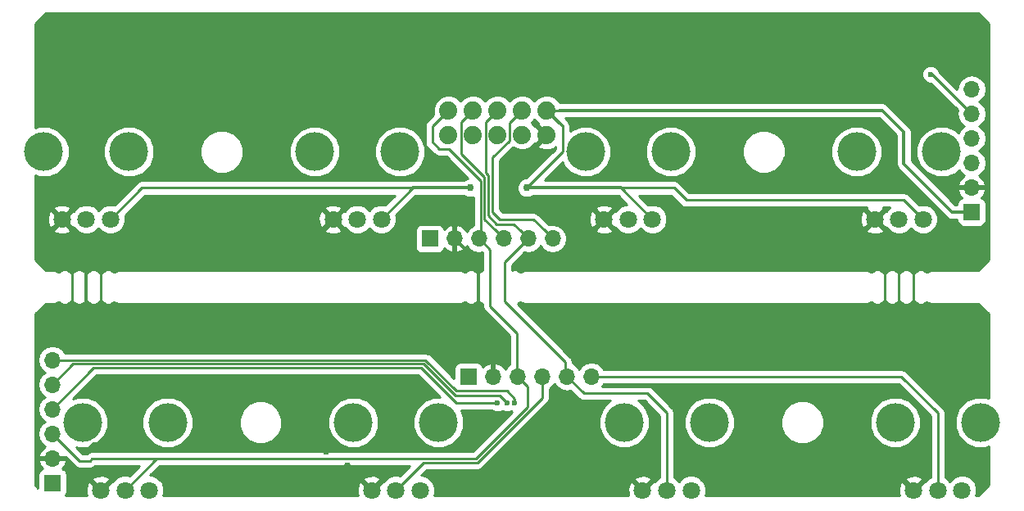
<source format=gbl>
G04 #@! TF.FileFunction,Copper,L2,Bot,Signal*
%FSLAX46Y46*%
G04 Gerber Fmt 4.6, Leading zero omitted, Abs format (unit mm)*
G04 Created by KiCad (PCBNEW 4.0.7-e2-6376~58~ubuntu16.04.1) date Tue Aug 14 19:25:32 2018*
%MOMM*%
%LPD*%
G01*
G04 APERTURE LIST*
%ADD10C,0.100000*%
%ADD11R,1.700000X1.700000*%
%ADD12O,1.700000X1.700000*%
%ADD13C,1.879600*%
%ADD14C,1.800000*%
%ADD15C,4.000000*%
%ADD16C,0.600000*%
%ADD17C,0.750000*%
%ADD18C,0.220000*%
%ADD19C,0.320000*%
%ADD20C,0.250000*%
%ADD21C,0.290000*%
%ADD22C,0.275000*%
%ADD23C,0.305000*%
%ADD24C,0.254000*%
G04 APERTURE END LIST*
D10*
D11*
X126500000Y-97250000D03*
D12*
X129040000Y-97250000D03*
X131580000Y-97250000D03*
X134120000Y-97250000D03*
X136660000Y-97250000D03*
X139200000Y-97250000D03*
D11*
X130500000Y-111500000D03*
D12*
X133040000Y-111500000D03*
X135580000Y-111500000D03*
X138120000Y-111500000D03*
X140660000Y-111500000D03*
X143200000Y-111500000D03*
D13*
X128420000Y-86520000D03*
X128420000Y-83980000D03*
X130960000Y-86520000D03*
X130960000Y-83980000D03*
X133500000Y-86520000D03*
X133500000Y-83980000D03*
X136040000Y-86520000D03*
X136040000Y-83980000D03*
X138580000Y-86520000D03*
X138580000Y-83980000D03*
D11*
X87500000Y-122500000D03*
D12*
X87500000Y-119960000D03*
X87500000Y-117420000D03*
X87500000Y-114880000D03*
X87500000Y-112340000D03*
X87500000Y-109800000D03*
D11*
X182500000Y-94500000D03*
D12*
X182500000Y-91960000D03*
X182500000Y-89420000D03*
X182500000Y-86880000D03*
X182500000Y-84340000D03*
X182500000Y-81800000D03*
D14*
X88500000Y-95250000D03*
X91000000Y-95250000D03*
X93500000Y-95250000D03*
D15*
X86600000Y-88250000D03*
X95400000Y-88250000D03*
D14*
X116500000Y-95250000D03*
X119000000Y-95250000D03*
X121500000Y-95250000D03*
D15*
X114600000Y-88250000D03*
X123400000Y-88250000D03*
D14*
X144500000Y-95250000D03*
X147000000Y-95250000D03*
X149500000Y-95250000D03*
D15*
X142600000Y-88250000D03*
X151400000Y-88250000D03*
D14*
X172500000Y-95250000D03*
X175000000Y-95250000D03*
X177500000Y-95250000D03*
D15*
X170600000Y-88250000D03*
X179400000Y-88250000D03*
D14*
X92500000Y-123250000D03*
X95000000Y-123250000D03*
X97500000Y-123250000D03*
D15*
X90600000Y-116250000D03*
X99400000Y-116250000D03*
D14*
X120500000Y-123250000D03*
X123000000Y-123250000D03*
X125500000Y-123250000D03*
D15*
X118600000Y-116250000D03*
X127400000Y-116250000D03*
D14*
X148500000Y-123250000D03*
X151000000Y-123250000D03*
X153500000Y-123250000D03*
D15*
X146600000Y-116250000D03*
X155400000Y-116250000D03*
D14*
X176500000Y-123250000D03*
X179000000Y-123250000D03*
X181500000Y-123250000D03*
D15*
X174600000Y-116250000D03*
X183400000Y-116250000D03*
D16*
X133500000Y-114250000D03*
X134500000Y-114250000D03*
X178250000Y-80250021D03*
X135285013Y-114250000D03*
D17*
X91000000Y-119250000D03*
X170250000Y-115750000D03*
X115750000Y-119265000D03*
X118000010Y-120750000D03*
X175000000Y-105250000D03*
X141250000Y-116000000D03*
X91250000Y-107000000D03*
X94500000Y-117500000D03*
X130650000Y-92000000D03*
X136500000Y-92000000D03*
D18*
X90315002Y-120235002D02*
X91352802Y-120235002D01*
X87500000Y-117420000D02*
X90315002Y-120235002D01*
X91587804Y-120000000D02*
X98250000Y-120000000D01*
X91352802Y-120235002D02*
X91587804Y-120000000D01*
X135580000Y-111500000D02*
X136595001Y-112515001D01*
X136595001Y-112515001D02*
X136595001Y-114654999D01*
X136595001Y-114654999D02*
X131250000Y-120000000D01*
X131250000Y-120000000D02*
X98250000Y-120000000D01*
X98250000Y-120000000D02*
X95000000Y-123250000D01*
X128420000Y-83980000D02*
X126750000Y-85650000D01*
X126750000Y-85650000D02*
X126750000Y-87250000D01*
X131580000Y-97080000D02*
X131580000Y-97250000D01*
X126750000Y-87250000D02*
X127500000Y-88000000D01*
X127500000Y-88000000D02*
X128500000Y-88000000D01*
X128500000Y-88000000D02*
X131750000Y-91250000D01*
X131750000Y-91250000D02*
X131750000Y-96910000D01*
X131750000Y-96910000D02*
X131580000Y-97080000D01*
X131580000Y-97250000D02*
X132720001Y-98390001D01*
X132720001Y-98390001D02*
X132720001Y-104220001D01*
X132720001Y-104220001D02*
X135500000Y-107000000D01*
X135500000Y-107000000D02*
X135500000Y-111420000D01*
X135500000Y-111420000D02*
X135580000Y-111500000D01*
X125844989Y-120405011D02*
X123899999Y-122350001D01*
X131417761Y-120405011D02*
X125844989Y-120405011D01*
X138120000Y-113702772D02*
X131417761Y-120405011D01*
X138120000Y-111500000D02*
X138120000Y-113702772D01*
X123899999Y-122350001D02*
X123000000Y-123250000D01*
X133270001Y-96400001D02*
X134120000Y-97250000D01*
X132155011Y-90905011D02*
X132155011Y-95285011D01*
X129725199Y-85214801D02*
X129725199Y-88475199D01*
X129725199Y-88475199D02*
X132155011Y-90905011D01*
X130960000Y-83980000D02*
X129725199Y-85214801D01*
X132155011Y-95285011D02*
X133270001Y-96400001D01*
X129250000Y-114250000D02*
X133075736Y-114250000D01*
X133075736Y-114250000D02*
X133500000Y-114250000D01*
X91769978Y-110610022D02*
X125610022Y-110610022D01*
X87500000Y-114880000D02*
X91769978Y-110610022D01*
X125610022Y-110610022D02*
X129250000Y-114250000D01*
X133500000Y-83980000D02*
X132265199Y-85214801D01*
X132265199Y-85214801D02*
X132265199Y-90442427D01*
X132265199Y-90442427D02*
X132560022Y-90737250D01*
X132560022Y-90737250D02*
X132560022Y-94882794D01*
X132560022Y-94882794D02*
X133427228Y-95750000D01*
X133427228Y-95750000D02*
X135160000Y-95750000D01*
X135160000Y-95750000D02*
X135810001Y-96400001D01*
X135810001Y-96400001D02*
X136660000Y-97250000D01*
X133750000Y-113500000D02*
X134200001Y-113950001D01*
X129177228Y-113500000D02*
X133750000Y-113500000D01*
X125882239Y-110205011D02*
X129177228Y-113500000D01*
X89634989Y-110205011D02*
X125882239Y-110205011D01*
X134200001Y-113950001D02*
X134500000Y-114250000D01*
X87500000Y-112340000D02*
X89634989Y-110205011D01*
X136660000Y-97250000D02*
X134220001Y-99689999D01*
X140500000Y-111340000D02*
X140660000Y-111500000D01*
X134220001Y-99689999D02*
X134220001Y-103720001D01*
X134220001Y-103720001D02*
X140500000Y-110000000D01*
X140500000Y-110000000D02*
X140500000Y-111340000D01*
X151000000Y-123250000D02*
X151000000Y-115250000D01*
X151000000Y-115250000D02*
X149000000Y-113250000D01*
X149000000Y-113250000D02*
X142410000Y-113250000D01*
X142410000Y-113250000D02*
X140660000Y-111500000D01*
X182500000Y-84340000D02*
X178410021Y-80250021D01*
X178410021Y-80250021D02*
X178250000Y-80250021D01*
X136040000Y-83980000D02*
X134750000Y-85270000D01*
X134750000Y-85270000D02*
X134750000Y-87097506D01*
X134750000Y-87097506D02*
X133000000Y-88847506D01*
X133000000Y-88847506D02*
X133000000Y-94500000D01*
X137200000Y-95250000D02*
X138350001Y-96400001D01*
X133000000Y-94500000D02*
X133750000Y-95250000D01*
X133750000Y-95250000D02*
X137200000Y-95250000D01*
X138350001Y-96400001D02*
X139200000Y-97250000D01*
X87500000Y-109800000D02*
X126050000Y-109800000D01*
X126050000Y-109800000D02*
X129250000Y-113000000D01*
X129250000Y-113000000D02*
X134459277Y-113000000D01*
X134459277Y-113000000D02*
X135285013Y-113825736D01*
X135285013Y-113825736D02*
X135285013Y-114250000D01*
X143200000Y-111500000D02*
X175250000Y-111500000D01*
X175250000Y-111500000D02*
X179000000Y-115250000D01*
X179000000Y-115250000D02*
X179000000Y-123250000D01*
D19*
X91374999Y-118875001D02*
X91000000Y-119250000D01*
X91750000Y-118500000D02*
X91374999Y-118875001D01*
X91865002Y-118500000D02*
X91750000Y-118500000D01*
X131300001Y-99510001D02*
X131500000Y-99710000D01*
X131500000Y-99710000D02*
X131500000Y-108100002D01*
X131500000Y-108100002D02*
X131300001Y-108300001D01*
X91865002Y-118500000D02*
X93500000Y-118500000D01*
X93500000Y-118500000D02*
X94500000Y-117500000D01*
D20*
X91250000Y-105000000D02*
X92500000Y-103750000D01*
X92500000Y-103750000D02*
X92500000Y-100500000D01*
D19*
X88500000Y-95250000D02*
X91000000Y-97750000D01*
X91000000Y-97750000D02*
X91000000Y-104250000D01*
X91000000Y-104250000D02*
X91250000Y-104500000D01*
X91250000Y-104500000D02*
X91250000Y-105000000D01*
D20*
X89500000Y-105250000D02*
X89500000Y-100250000D01*
X173500000Y-100250000D02*
X173500000Y-103750000D01*
X176500000Y-105250000D02*
X176500000Y-100500000D01*
X175000000Y-105250000D02*
X174625001Y-104875001D01*
X175000000Y-105250000D02*
X175000000Y-97750000D01*
X175000000Y-97750000D02*
X172500000Y-95250000D01*
D19*
X128500000Y-99250000D02*
X129040000Y-98710000D01*
X129040000Y-98710000D02*
X129040000Y-97250000D01*
X123500000Y-99250000D02*
X128500000Y-99250000D01*
X122000000Y-97750000D02*
X123500000Y-99250000D01*
X119000000Y-97750000D02*
X122000000Y-97750000D01*
X116500000Y-95250000D02*
X119000000Y-97750000D01*
X91250000Y-107000000D02*
X130000000Y-107000000D01*
X130000000Y-107000000D02*
X131300001Y-108300001D01*
D20*
X176500000Y-123250000D02*
X170250000Y-117000000D01*
X170250000Y-117000000D02*
X170250000Y-115750000D01*
D19*
X115750000Y-116250000D02*
X113750000Y-114250000D01*
X115750000Y-119265000D02*
X115750000Y-116250000D01*
D20*
X118000010Y-120750010D02*
X118000010Y-120750000D01*
D19*
X120500000Y-123250000D02*
X118000010Y-120750010D01*
D20*
X174625001Y-104875001D02*
X173500000Y-103750000D01*
X176500000Y-105250000D02*
X175000000Y-105250000D01*
X172500000Y-95250000D02*
X176500000Y-99250000D01*
D19*
X148500000Y-123250000D02*
X141250000Y-116000000D01*
D20*
X89500000Y-105250000D02*
X91250000Y-107000000D01*
X91250000Y-107000000D02*
X91250000Y-106469670D01*
X91250000Y-106469670D02*
X91000000Y-106219670D01*
D19*
X91250000Y-107000000D02*
X91250000Y-105000000D01*
X131300001Y-108300001D02*
X133040000Y-110040000D01*
X133040000Y-110040000D02*
X133040000Y-111500000D01*
X129040000Y-97250000D02*
X131300001Y-99510001D01*
D20*
X139909077Y-83980000D02*
X138580000Y-83980000D01*
D19*
X173230000Y-83980000D02*
X139909077Y-83980000D01*
X175500000Y-86250000D02*
X173230000Y-83980000D01*
X182500000Y-94500000D02*
X180500000Y-94500000D01*
X175500000Y-89500000D02*
X175500000Y-86250000D01*
X180500000Y-94500000D02*
X175500000Y-89500000D01*
D21*
X124750000Y-92000000D02*
X96750000Y-92000000D01*
D22*
X96750000Y-92000000D02*
X93500000Y-95250000D01*
D23*
X130650000Y-92000000D02*
X124750000Y-92000000D01*
D20*
X124750000Y-92000000D02*
X121500000Y-95250000D01*
D21*
X146250000Y-92000000D02*
X151750000Y-92000000D01*
X151750000Y-92000000D02*
X153000000Y-93250000D01*
X153000000Y-93250000D02*
X175500000Y-93250000D01*
X176600001Y-94350001D02*
X177500000Y-95250000D01*
D22*
X175500000Y-93250000D02*
X176600001Y-94350001D01*
D20*
X149500000Y-95250000D02*
X146250000Y-92000000D01*
D23*
X146250000Y-92000000D02*
X136500000Y-92000000D01*
D20*
X140224999Y-88275001D02*
X136874999Y-91625001D01*
D19*
X138580000Y-83980000D02*
X140224999Y-85624999D01*
D20*
X140224999Y-85624999D02*
X140224999Y-88275001D01*
X136874999Y-91625001D02*
X136500000Y-92000000D01*
X136750000Y-91750000D02*
X136500000Y-92000000D01*
D24*
G36*
X123429952Y-121766458D02*
X123306670Y-121715267D01*
X122696009Y-121714735D01*
X122131629Y-121947932D01*
X121699449Y-122379357D01*
X121695706Y-122388372D01*
X121580159Y-122349446D01*
X120679605Y-123250000D01*
X120693748Y-123264143D01*
X120514143Y-123443748D01*
X120500000Y-123429605D01*
X120485858Y-123443748D01*
X120306253Y-123264143D01*
X120320395Y-123250000D01*
X119419841Y-122349446D01*
X119163357Y-122435852D01*
X118953542Y-123009336D01*
X118979161Y-123619460D01*
X119049801Y-123790000D01*
X98937846Y-123790000D01*
X99034733Y-123556670D01*
X99035265Y-122946009D01*
X98802068Y-122381629D01*
X98590650Y-122169841D01*
X119599446Y-122169841D01*
X120500000Y-123070395D01*
X121400554Y-122169841D01*
X121314148Y-121913357D01*
X120740664Y-121703542D01*
X120130540Y-121729161D01*
X119685852Y-121913357D01*
X119599446Y-122169841D01*
X98590650Y-122169841D01*
X98370643Y-121949449D01*
X97806670Y-121715267D01*
X97588512Y-121715077D01*
X98558589Y-120745000D01*
X124451411Y-120745000D01*
X123429952Y-121766458D01*
X123429952Y-121766458D01*
G37*
X123429952Y-121766458D02*
X123306670Y-121715267D01*
X122696009Y-121714735D01*
X122131629Y-121947932D01*
X121699449Y-122379357D01*
X121695706Y-122388372D01*
X121580159Y-122349446D01*
X120679605Y-123250000D01*
X120693748Y-123264143D01*
X120514143Y-123443748D01*
X120500000Y-123429605D01*
X120485858Y-123443748D01*
X120306253Y-123264143D01*
X120320395Y-123250000D01*
X119419841Y-122349446D01*
X119163357Y-122435852D01*
X118953542Y-123009336D01*
X118979161Y-123619460D01*
X119049801Y-123790000D01*
X98937846Y-123790000D01*
X99034733Y-123556670D01*
X99035265Y-122946009D01*
X98802068Y-122381629D01*
X98590650Y-122169841D01*
X119599446Y-122169841D01*
X120500000Y-123070395D01*
X121400554Y-122169841D01*
X121314148Y-121913357D01*
X120740664Y-121703542D01*
X120130540Y-121729161D01*
X119685852Y-121913357D01*
X119599446Y-122169841D01*
X98590650Y-122169841D01*
X98370643Y-121949449D01*
X97806670Y-121715267D01*
X97588512Y-121715077D01*
X98558589Y-120745000D01*
X124451411Y-120745000D01*
X123429952Y-121766458D01*
G36*
X178255000Y-115558589D02*
X178255000Y-121896956D01*
X178131629Y-121947932D01*
X177699449Y-122379357D01*
X177695706Y-122388372D01*
X177580159Y-122349446D01*
X176679605Y-123250000D01*
X176693748Y-123264143D01*
X176514143Y-123443748D01*
X176500000Y-123429605D01*
X176485858Y-123443748D01*
X176306253Y-123264143D01*
X176320395Y-123250000D01*
X175419841Y-122349446D01*
X175163357Y-122435852D01*
X174953542Y-123009336D01*
X174979161Y-123619460D01*
X175049801Y-123790000D01*
X154937846Y-123790000D01*
X155034733Y-123556670D01*
X155035265Y-122946009D01*
X154802068Y-122381629D01*
X154590650Y-122169841D01*
X175599446Y-122169841D01*
X176500000Y-123070395D01*
X177400554Y-122169841D01*
X177314148Y-121913357D01*
X176740664Y-121703542D01*
X176130540Y-121729161D01*
X175685852Y-121913357D01*
X175599446Y-122169841D01*
X154590650Y-122169841D01*
X154370643Y-121949449D01*
X153806670Y-121715267D01*
X153196009Y-121714735D01*
X152631629Y-121947932D01*
X152249712Y-122329182D01*
X151870643Y-121949449D01*
X151745000Y-121897277D01*
X151745000Y-116771834D01*
X152764543Y-116771834D01*
X153164853Y-117740658D01*
X153905443Y-118482542D01*
X154873567Y-118884542D01*
X155921834Y-118885457D01*
X156890658Y-118485147D01*
X157632542Y-117744557D01*
X158034542Y-116776433D01*
X158034615Y-116692619D01*
X162764613Y-116692619D01*
X163104155Y-117514372D01*
X163732321Y-118143636D01*
X164553481Y-118484611D01*
X165442619Y-118485387D01*
X166264372Y-118145845D01*
X166893636Y-117517679D01*
X167203337Y-116771834D01*
X171964543Y-116771834D01*
X172364853Y-117740658D01*
X173105443Y-118482542D01*
X174073567Y-118884542D01*
X175121834Y-118885457D01*
X176090658Y-118485147D01*
X176832542Y-117744557D01*
X177234542Y-116776433D01*
X177235457Y-115728166D01*
X176835147Y-114759342D01*
X176094557Y-114017458D01*
X175126433Y-113615458D01*
X174078166Y-113614543D01*
X173109342Y-114014853D01*
X172367458Y-114755443D01*
X171965458Y-115723567D01*
X171964543Y-116771834D01*
X167203337Y-116771834D01*
X167234611Y-116696519D01*
X167235387Y-115807381D01*
X166895845Y-114985628D01*
X166267679Y-114356364D01*
X165446519Y-114015389D01*
X164557381Y-114014613D01*
X163735628Y-114354155D01*
X163106364Y-114982321D01*
X162765389Y-115803481D01*
X162764613Y-116692619D01*
X158034615Y-116692619D01*
X158035457Y-115728166D01*
X157635147Y-114759342D01*
X156894557Y-114017458D01*
X155926433Y-113615458D01*
X154878166Y-113614543D01*
X153909342Y-114014853D01*
X153167458Y-114755443D01*
X152765458Y-115723567D01*
X152764543Y-116771834D01*
X151745000Y-116771834D01*
X151745000Y-115250005D01*
X151745001Y-115250000D01*
X151688290Y-114964901D01*
X151564962Y-114780327D01*
X151526795Y-114723205D01*
X151526792Y-114723203D01*
X149526795Y-112723205D01*
X149285099Y-112561710D01*
X149000000Y-112504999D01*
X148999995Y-112505000D01*
X144299597Y-112505000D01*
X144473323Y-112245000D01*
X174941410Y-112245000D01*
X178255000Y-115558589D01*
X178255000Y-115558589D01*
G37*
X178255000Y-115558589D02*
X178255000Y-121896956D01*
X178131629Y-121947932D01*
X177699449Y-122379357D01*
X177695706Y-122388372D01*
X177580159Y-122349446D01*
X176679605Y-123250000D01*
X176693748Y-123264143D01*
X176514143Y-123443748D01*
X176500000Y-123429605D01*
X176485858Y-123443748D01*
X176306253Y-123264143D01*
X176320395Y-123250000D01*
X175419841Y-122349446D01*
X175163357Y-122435852D01*
X174953542Y-123009336D01*
X174979161Y-123619460D01*
X175049801Y-123790000D01*
X154937846Y-123790000D01*
X155034733Y-123556670D01*
X155035265Y-122946009D01*
X154802068Y-122381629D01*
X154590650Y-122169841D01*
X175599446Y-122169841D01*
X176500000Y-123070395D01*
X177400554Y-122169841D01*
X177314148Y-121913357D01*
X176740664Y-121703542D01*
X176130540Y-121729161D01*
X175685852Y-121913357D01*
X175599446Y-122169841D01*
X154590650Y-122169841D01*
X154370643Y-121949449D01*
X153806670Y-121715267D01*
X153196009Y-121714735D01*
X152631629Y-121947932D01*
X152249712Y-122329182D01*
X151870643Y-121949449D01*
X151745000Y-121897277D01*
X151745000Y-116771834D01*
X152764543Y-116771834D01*
X153164853Y-117740658D01*
X153905443Y-118482542D01*
X154873567Y-118884542D01*
X155921834Y-118885457D01*
X156890658Y-118485147D01*
X157632542Y-117744557D01*
X158034542Y-116776433D01*
X158034615Y-116692619D01*
X162764613Y-116692619D01*
X163104155Y-117514372D01*
X163732321Y-118143636D01*
X164553481Y-118484611D01*
X165442619Y-118485387D01*
X166264372Y-118145845D01*
X166893636Y-117517679D01*
X167203337Y-116771834D01*
X171964543Y-116771834D01*
X172364853Y-117740658D01*
X173105443Y-118482542D01*
X174073567Y-118884542D01*
X175121834Y-118885457D01*
X176090658Y-118485147D01*
X176832542Y-117744557D01*
X177234542Y-116776433D01*
X177235457Y-115728166D01*
X176835147Y-114759342D01*
X176094557Y-114017458D01*
X175126433Y-113615458D01*
X174078166Y-113614543D01*
X173109342Y-114014853D01*
X172367458Y-114755443D01*
X171965458Y-115723567D01*
X171964543Y-116771834D01*
X167203337Y-116771834D01*
X167234611Y-116696519D01*
X167235387Y-115807381D01*
X166895845Y-114985628D01*
X166267679Y-114356364D01*
X165446519Y-114015389D01*
X164557381Y-114014613D01*
X163735628Y-114354155D01*
X163106364Y-114982321D01*
X162765389Y-115803481D01*
X162764613Y-116692619D01*
X158034615Y-116692619D01*
X158035457Y-115728166D01*
X157635147Y-114759342D01*
X156894557Y-114017458D01*
X155926433Y-113615458D01*
X154878166Y-113614543D01*
X153909342Y-114014853D01*
X153167458Y-114755443D01*
X152765458Y-115723567D01*
X152764543Y-116771834D01*
X151745000Y-116771834D01*
X151745000Y-115250005D01*
X151745001Y-115250000D01*
X151688290Y-114964901D01*
X151564962Y-114780327D01*
X151526795Y-114723205D01*
X151526792Y-114723203D01*
X149526795Y-112723205D01*
X149285099Y-112561710D01*
X149000000Y-112504999D01*
X148999995Y-112505000D01*
X144299597Y-112505000D01*
X144473323Y-112245000D01*
X174941410Y-112245000D01*
X178255000Y-115558589D01*
G36*
X131562915Y-103708229D02*
X131790573Y-103936284D01*
X131975001Y-104012865D01*
X131975001Y-104219996D01*
X131975000Y-104220001D01*
X132031711Y-104505100D01*
X132193206Y-104746796D01*
X134755000Y-107308589D01*
X134755000Y-110270477D01*
X134529946Y-110420853D01*
X134302298Y-110761553D01*
X134235183Y-110618642D01*
X133806924Y-110228355D01*
X133396890Y-110058524D01*
X133167000Y-110179845D01*
X133167000Y-111373000D01*
X133187000Y-111373000D01*
X133187000Y-111627000D01*
X133167000Y-111627000D01*
X133167000Y-111647000D01*
X132913000Y-111647000D01*
X132913000Y-111627000D01*
X132893000Y-111627000D01*
X132893000Y-111373000D01*
X132913000Y-111373000D01*
X132913000Y-110179845D01*
X132683110Y-110058524D01*
X132273076Y-110228355D01*
X131970063Y-110504501D01*
X131953162Y-110414683D01*
X131814090Y-110198559D01*
X131601890Y-110053569D01*
X131350000Y-110002560D01*
X129650000Y-110002560D01*
X129414683Y-110046838D01*
X129198559Y-110185910D01*
X129053569Y-110398110D01*
X129002560Y-110650000D01*
X129002560Y-111698971D01*
X126576795Y-109273205D01*
X126335099Y-109111710D01*
X126050000Y-109054999D01*
X126049995Y-109055000D01*
X88782977Y-109055000D01*
X88579147Y-108749946D01*
X88097378Y-108428039D01*
X87529093Y-108315000D01*
X87470907Y-108315000D01*
X86902622Y-108428039D01*
X86420853Y-108749946D01*
X86098946Y-109231715D01*
X85985907Y-109800000D01*
X86098946Y-110368285D01*
X86420853Y-110850054D01*
X86750026Y-111070000D01*
X86420853Y-111289946D01*
X86098946Y-111771715D01*
X85985907Y-112340000D01*
X86098946Y-112908285D01*
X86420853Y-113390054D01*
X86750026Y-113610000D01*
X86420853Y-113829946D01*
X86098946Y-114311715D01*
X85985907Y-114880000D01*
X86098946Y-115448285D01*
X86420853Y-115930054D01*
X86750026Y-116150000D01*
X86420853Y-116369946D01*
X86098946Y-116851715D01*
X85985907Y-117420000D01*
X86098946Y-117988285D01*
X86420853Y-118470054D01*
X86761553Y-118697702D01*
X86618642Y-118764817D01*
X86228355Y-119193076D01*
X86058524Y-119603110D01*
X86179845Y-119833000D01*
X87373000Y-119833000D01*
X87373000Y-119813000D01*
X87627000Y-119813000D01*
X87627000Y-119833000D01*
X88820155Y-119833000D01*
X88833715Y-119807305D01*
X89788207Y-120761797D01*
X90029903Y-120923292D01*
X90315002Y-120980003D01*
X90315007Y-120980002D01*
X91352797Y-120980002D01*
X91352802Y-120980003D01*
X91637901Y-120923292D01*
X91879597Y-120761797D01*
X91896394Y-120745000D01*
X96451411Y-120745000D01*
X95429952Y-121766458D01*
X95306670Y-121715267D01*
X94696009Y-121714735D01*
X94131629Y-121947932D01*
X93699449Y-122379357D01*
X93695706Y-122388372D01*
X93580159Y-122349446D01*
X92679605Y-123250000D01*
X92693748Y-123264143D01*
X92514143Y-123443748D01*
X92500000Y-123429605D01*
X92485858Y-123443748D01*
X92306253Y-123264143D01*
X92320395Y-123250000D01*
X91419841Y-122349446D01*
X91163357Y-122435852D01*
X90953542Y-123009336D01*
X90979161Y-123619460D01*
X91049801Y-123790000D01*
X88817901Y-123790000D01*
X88946431Y-123601890D01*
X88997440Y-123350000D01*
X88997440Y-122169841D01*
X91599446Y-122169841D01*
X92500000Y-123070395D01*
X93400554Y-122169841D01*
X93314148Y-121913357D01*
X92740664Y-121703542D01*
X92130540Y-121729161D01*
X91685852Y-121913357D01*
X91599446Y-122169841D01*
X88997440Y-122169841D01*
X88997440Y-121650000D01*
X88953162Y-121414683D01*
X88814090Y-121198559D01*
X88601890Y-121053569D01*
X88493893Y-121031699D01*
X88771645Y-120726924D01*
X88941476Y-120316890D01*
X88820155Y-120087000D01*
X87627000Y-120087000D01*
X87627000Y-120107000D01*
X87373000Y-120107000D01*
X87373000Y-120087000D01*
X86179845Y-120087000D01*
X86058524Y-120316890D01*
X86228355Y-120726924D01*
X86504501Y-121029937D01*
X86414683Y-121046838D01*
X86198559Y-121185910D01*
X86053569Y-121398110D01*
X86002560Y-121650000D01*
X86002560Y-122998468D01*
X85710000Y-122705908D01*
X85710000Y-105044092D01*
X86794092Y-103960000D01*
X87500000Y-103960000D01*
X87568584Y-103946358D01*
X87638513Y-103946358D01*
X88021196Y-103870238D01*
X88096160Y-103839187D01*
X88165127Y-103810620D01*
X88290573Y-103936284D01*
X88588174Y-104059859D01*
X88910412Y-104060140D01*
X89208229Y-103937085D01*
X89436284Y-103709427D01*
X89500004Y-103555972D01*
X89562915Y-103708229D01*
X89790573Y-103936284D01*
X90088174Y-104059859D01*
X90410412Y-104060140D01*
X90708229Y-103937085D01*
X90936284Y-103709427D01*
X91000004Y-103555972D01*
X91062915Y-103708229D01*
X91290573Y-103936284D01*
X91588174Y-104059859D01*
X91910412Y-104060140D01*
X92208229Y-103937085D01*
X92436284Y-103709427D01*
X92500004Y-103555972D01*
X92562915Y-103708229D01*
X92790573Y-103936284D01*
X93088174Y-104059859D01*
X93410412Y-104060140D01*
X93708229Y-103937085D01*
X93834903Y-103810632D01*
X93978804Y-103870238D01*
X94361486Y-103946358D01*
X94431416Y-103946358D01*
X94500000Y-103960000D01*
X129500000Y-103960000D01*
X129568584Y-103946358D01*
X129638513Y-103946358D01*
X130021196Y-103870238D01*
X130096160Y-103839187D01*
X130165127Y-103810620D01*
X130290573Y-103936284D01*
X130588174Y-104059859D01*
X130910412Y-104060140D01*
X131208229Y-103937085D01*
X131436284Y-103709427D01*
X131500004Y-103555972D01*
X131562915Y-103708229D01*
X131562915Y-103708229D01*
G37*
X131562915Y-103708229D02*
X131790573Y-103936284D01*
X131975001Y-104012865D01*
X131975001Y-104219996D01*
X131975000Y-104220001D01*
X132031711Y-104505100D01*
X132193206Y-104746796D01*
X134755000Y-107308589D01*
X134755000Y-110270477D01*
X134529946Y-110420853D01*
X134302298Y-110761553D01*
X134235183Y-110618642D01*
X133806924Y-110228355D01*
X133396890Y-110058524D01*
X133167000Y-110179845D01*
X133167000Y-111373000D01*
X133187000Y-111373000D01*
X133187000Y-111627000D01*
X133167000Y-111627000D01*
X133167000Y-111647000D01*
X132913000Y-111647000D01*
X132913000Y-111627000D01*
X132893000Y-111627000D01*
X132893000Y-111373000D01*
X132913000Y-111373000D01*
X132913000Y-110179845D01*
X132683110Y-110058524D01*
X132273076Y-110228355D01*
X131970063Y-110504501D01*
X131953162Y-110414683D01*
X131814090Y-110198559D01*
X131601890Y-110053569D01*
X131350000Y-110002560D01*
X129650000Y-110002560D01*
X129414683Y-110046838D01*
X129198559Y-110185910D01*
X129053569Y-110398110D01*
X129002560Y-110650000D01*
X129002560Y-111698971D01*
X126576795Y-109273205D01*
X126335099Y-109111710D01*
X126050000Y-109054999D01*
X126049995Y-109055000D01*
X88782977Y-109055000D01*
X88579147Y-108749946D01*
X88097378Y-108428039D01*
X87529093Y-108315000D01*
X87470907Y-108315000D01*
X86902622Y-108428039D01*
X86420853Y-108749946D01*
X86098946Y-109231715D01*
X85985907Y-109800000D01*
X86098946Y-110368285D01*
X86420853Y-110850054D01*
X86750026Y-111070000D01*
X86420853Y-111289946D01*
X86098946Y-111771715D01*
X85985907Y-112340000D01*
X86098946Y-112908285D01*
X86420853Y-113390054D01*
X86750026Y-113610000D01*
X86420853Y-113829946D01*
X86098946Y-114311715D01*
X85985907Y-114880000D01*
X86098946Y-115448285D01*
X86420853Y-115930054D01*
X86750026Y-116150000D01*
X86420853Y-116369946D01*
X86098946Y-116851715D01*
X85985907Y-117420000D01*
X86098946Y-117988285D01*
X86420853Y-118470054D01*
X86761553Y-118697702D01*
X86618642Y-118764817D01*
X86228355Y-119193076D01*
X86058524Y-119603110D01*
X86179845Y-119833000D01*
X87373000Y-119833000D01*
X87373000Y-119813000D01*
X87627000Y-119813000D01*
X87627000Y-119833000D01*
X88820155Y-119833000D01*
X88833715Y-119807305D01*
X89788207Y-120761797D01*
X90029903Y-120923292D01*
X90315002Y-120980003D01*
X90315007Y-120980002D01*
X91352797Y-120980002D01*
X91352802Y-120980003D01*
X91637901Y-120923292D01*
X91879597Y-120761797D01*
X91896394Y-120745000D01*
X96451411Y-120745000D01*
X95429952Y-121766458D01*
X95306670Y-121715267D01*
X94696009Y-121714735D01*
X94131629Y-121947932D01*
X93699449Y-122379357D01*
X93695706Y-122388372D01*
X93580159Y-122349446D01*
X92679605Y-123250000D01*
X92693748Y-123264143D01*
X92514143Y-123443748D01*
X92500000Y-123429605D01*
X92485858Y-123443748D01*
X92306253Y-123264143D01*
X92320395Y-123250000D01*
X91419841Y-122349446D01*
X91163357Y-122435852D01*
X90953542Y-123009336D01*
X90979161Y-123619460D01*
X91049801Y-123790000D01*
X88817901Y-123790000D01*
X88946431Y-123601890D01*
X88997440Y-123350000D01*
X88997440Y-122169841D01*
X91599446Y-122169841D01*
X92500000Y-123070395D01*
X93400554Y-122169841D01*
X93314148Y-121913357D01*
X92740664Y-121703542D01*
X92130540Y-121729161D01*
X91685852Y-121913357D01*
X91599446Y-122169841D01*
X88997440Y-122169841D01*
X88997440Y-121650000D01*
X88953162Y-121414683D01*
X88814090Y-121198559D01*
X88601890Y-121053569D01*
X88493893Y-121031699D01*
X88771645Y-120726924D01*
X88941476Y-120316890D01*
X88820155Y-120087000D01*
X87627000Y-120087000D01*
X87627000Y-120107000D01*
X87373000Y-120107000D01*
X87373000Y-120087000D01*
X86179845Y-120087000D01*
X86058524Y-120316890D01*
X86228355Y-120726924D01*
X86504501Y-121029937D01*
X86414683Y-121046838D01*
X86198559Y-121185910D01*
X86053569Y-121398110D01*
X86002560Y-121650000D01*
X86002560Y-122998468D01*
X85710000Y-122705908D01*
X85710000Y-105044092D01*
X86794092Y-103960000D01*
X87500000Y-103960000D01*
X87568584Y-103946358D01*
X87638513Y-103946358D01*
X88021196Y-103870238D01*
X88096160Y-103839187D01*
X88165127Y-103810620D01*
X88290573Y-103936284D01*
X88588174Y-104059859D01*
X88910412Y-104060140D01*
X89208229Y-103937085D01*
X89436284Y-103709427D01*
X89500004Y-103555972D01*
X89562915Y-103708229D01*
X89790573Y-103936284D01*
X90088174Y-104059859D01*
X90410412Y-104060140D01*
X90708229Y-103937085D01*
X90936284Y-103709427D01*
X91000004Y-103555972D01*
X91062915Y-103708229D01*
X91290573Y-103936284D01*
X91588174Y-104059859D01*
X91910412Y-104060140D01*
X92208229Y-103937085D01*
X92436284Y-103709427D01*
X92500004Y-103555972D01*
X92562915Y-103708229D01*
X92790573Y-103936284D01*
X93088174Y-104059859D01*
X93410412Y-104060140D01*
X93708229Y-103937085D01*
X93834903Y-103810632D01*
X93978804Y-103870238D01*
X94361486Y-103946358D01*
X94431416Y-103946358D01*
X94500000Y-103960000D01*
X129500000Y-103960000D01*
X129568584Y-103946358D01*
X129638513Y-103946358D01*
X130021196Y-103870238D01*
X130096160Y-103839187D01*
X130165127Y-103810620D01*
X130290573Y-103936284D01*
X130588174Y-104059859D01*
X130910412Y-104060140D01*
X131208229Y-103937085D01*
X131436284Y-103709427D01*
X131500004Y-103555972D01*
X131562915Y-103708229D01*
G36*
X176562915Y-103708229D02*
X176790573Y-103936284D01*
X177088174Y-104059859D01*
X177410412Y-104060140D01*
X177708229Y-103937085D01*
X177834903Y-103810632D01*
X177978804Y-103870238D01*
X178361486Y-103946358D01*
X178431416Y-103946358D01*
X178500000Y-103960000D01*
X183205908Y-103960000D01*
X184290000Y-105044092D01*
X184290000Y-113766424D01*
X183926433Y-113615458D01*
X182878166Y-113614543D01*
X181909342Y-114014853D01*
X181167458Y-114755443D01*
X180765458Y-115723567D01*
X180764543Y-116771834D01*
X181164853Y-117740658D01*
X181905443Y-118482542D01*
X182873567Y-118884542D01*
X183921834Y-118885457D01*
X184290000Y-118733334D01*
X184290000Y-122705908D01*
X183205908Y-123790000D01*
X182937846Y-123790000D01*
X183034733Y-123556670D01*
X183035265Y-122946009D01*
X182802068Y-122381629D01*
X182370643Y-121949449D01*
X181806670Y-121715267D01*
X181196009Y-121714735D01*
X180631629Y-121947932D01*
X180249712Y-122329182D01*
X179870643Y-121949449D01*
X179745000Y-121897277D01*
X179745000Y-115250005D01*
X179745001Y-115250000D01*
X179688290Y-114964901D01*
X179564962Y-114780327D01*
X179526795Y-114723205D01*
X179526792Y-114723203D01*
X175776795Y-110973205D01*
X175535099Y-110811710D01*
X175250000Y-110754999D01*
X175249995Y-110755000D01*
X144473323Y-110755000D01*
X144250054Y-110420853D01*
X143768285Y-110098946D01*
X143200000Y-109985907D01*
X142631715Y-110098946D01*
X142149946Y-110420853D01*
X141930000Y-110750026D01*
X141710054Y-110420853D01*
X141245000Y-110110115D01*
X141245000Y-110000005D01*
X141245001Y-110000000D01*
X141188290Y-109714901D01*
X141054655Y-109514901D01*
X141026795Y-109473205D01*
X141026792Y-109473203D01*
X135554284Y-104000694D01*
X135708229Y-103937085D01*
X135834903Y-103810632D01*
X135978804Y-103870238D01*
X136361486Y-103946358D01*
X136431416Y-103946358D01*
X136500000Y-103960000D01*
X171500000Y-103960000D01*
X171568584Y-103946358D01*
X171638513Y-103946358D01*
X172021196Y-103870238D01*
X172096160Y-103839187D01*
X172165127Y-103810620D01*
X172290573Y-103936284D01*
X172588174Y-104059859D01*
X172910412Y-104060140D01*
X173208229Y-103937085D01*
X173436284Y-103709427D01*
X173500004Y-103555972D01*
X173562915Y-103708229D01*
X173790573Y-103936284D01*
X174088174Y-104059859D01*
X174410412Y-104060140D01*
X174708229Y-103937085D01*
X174936284Y-103709427D01*
X175000004Y-103555972D01*
X175062915Y-103708229D01*
X175290573Y-103936284D01*
X175588174Y-104059859D01*
X175910412Y-104060140D01*
X176208229Y-103937085D01*
X176436284Y-103709427D01*
X176500004Y-103555972D01*
X176562915Y-103708229D01*
X176562915Y-103708229D01*
G37*
X176562915Y-103708229D02*
X176790573Y-103936284D01*
X177088174Y-104059859D01*
X177410412Y-104060140D01*
X177708229Y-103937085D01*
X177834903Y-103810632D01*
X177978804Y-103870238D01*
X178361486Y-103946358D01*
X178431416Y-103946358D01*
X178500000Y-103960000D01*
X183205908Y-103960000D01*
X184290000Y-105044092D01*
X184290000Y-113766424D01*
X183926433Y-113615458D01*
X182878166Y-113614543D01*
X181909342Y-114014853D01*
X181167458Y-114755443D01*
X180765458Y-115723567D01*
X180764543Y-116771834D01*
X181164853Y-117740658D01*
X181905443Y-118482542D01*
X182873567Y-118884542D01*
X183921834Y-118885457D01*
X184290000Y-118733334D01*
X184290000Y-122705908D01*
X183205908Y-123790000D01*
X182937846Y-123790000D01*
X183034733Y-123556670D01*
X183035265Y-122946009D01*
X182802068Y-122381629D01*
X182370643Y-121949449D01*
X181806670Y-121715267D01*
X181196009Y-121714735D01*
X180631629Y-121947932D01*
X180249712Y-122329182D01*
X179870643Y-121949449D01*
X179745000Y-121897277D01*
X179745000Y-115250005D01*
X179745001Y-115250000D01*
X179688290Y-114964901D01*
X179564962Y-114780327D01*
X179526795Y-114723205D01*
X179526792Y-114723203D01*
X175776795Y-110973205D01*
X175535099Y-110811710D01*
X175250000Y-110754999D01*
X175249995Y-110755000D01*
X144473323Y-110755000D01*
X144250054Y-110420853D01*
X143768285Y-110098946D01*
X143200000Y-109985907D01*
X142631715Y-110098946D01*
X142149946Y-110420853D01*
X141930000Y-110750026D01*
X141710054Y-110420853D01*
X141245000Y-110110115D01*
X141245000Y-110000005D01*
X141245001Y-110000000D01*
X141188290Y-109714901D01*
X141054655Y-109514901D01*
X141026795Y-109473205D01*
X141026792Y-109473203D01*
X135554284Y-104000694D01*
X135708229Y-103937085D01*
X135834903Y-103810632D01*
X135978804Y-103870238D01*
X136361486Y-103946358D01*
X136431416Y-103946358D01*
X136500000Y-103960000D01*
X171500000Y-103960000D01*
X171568584Y-103946358D01*
X171638513Y-103946358D01*
X172021196Y-103870238D01*
X172096160Y-103839187D01*
X172165127Y-103810620D01*
X172290573Y-103936284D01*
X172588174Y-104059859D01*
X172910412Y-104060140D01*
X173208229Y-103937085D01*
X173436284Y-103709427D01*
X173500004Y-103555972D01*
X173562915Y-103708229D01*
X173790573Y-103936284D01*
X174088174Y-104059859D01*
X174410412Y-104060140D01*
X174708229Y-103937085D01*
X174936284Y-103709427D01*
X175000004Y-103555972D01*
X175062915Y-103708229D01*
X175290573Y-103936284D01*
X175588174Y-104059859D01*
X175910412Y-104060140D01*
X176208229Y-103937085D01*
X176436284Y-103709427D01*
X176500004Y-103555972D01*
X176562915Y-103708229D01*
G36*
X139609946Y-112579147D02*
X140091715Y-112901054D01*
X140660000Y-113014093D01*
X141044101Y-112937690D01*
X141883203Y-113776792D01*
X141883205Y-113776795D01*
X141962752Y-113829946D01*
X142124901Y-113938290D01*
X142410000Y-113995001D01*
X142410005Y-113995000D01*
X145157390Y-113995000D01*
X145109342Y-114014853D01*
X144367458Y-114755443D01*
X143965458Y-115723567D01*
X143964543Y-116771834D01*
X144364853Y-117740658D01*
X145105443Y-118482542D01*
X146073567Y-118884542D01*
X147121834Y-118885457D01*
X148090658Y-118485147D01*
X148832542Y-117744557D01*
X149234542Y-116776433D01*
X149235457Y-115728166D01*
X148835147Y-114759342D01*
X148094557Y-114017458D01*
X148040472Y-113995000D01*
X148691410Y-113995000D01*
X150255000Y-115558589D01*
X150255000Y-121896956D01*
X150131629Y-121947932D01*
X149699449Y-122379357D01*
X149695706Y-122388372D01*
X149580159Y-122349446D01*
X148679605Y-123250000D01*
X148693748Y-123264143D01*
X148514143Y-123443748D01*
X148500000Y-123429605D01*
X148485858Y-123443748D01*
X148306253Y-123264143D01*
X148320395Y-123250000D01*
X147419841Y-122349446D01*
X147163357Y-122435852D01*
X146953542Y-123009336D01*
X146979161Y-123619460D01*
X147049801Y-123790000D01*
X126937846Y-123790000D01*
X127034733Y-123556670D01*
X127035265Y-122946009D01*
X126802068Y-122381629D01*
X126590650Y-122169841D01*
X147599446Y-122169841D01*
X148500000Y-123070395D01*
X149400554Y-122169841D01*
X149314148Y-121913357D01*
X148740664Y-121703542D01*
X148130540Y-121729161D01*
X147685852Y-121913357D01*
X147599446Y-122169841D01*
X126590650Y-122169841D01*
X126370643Y-121949449D01*
X125806670Y-121715267D01*
X125588512Y-121715077D01*
X126153578Y-121150011D01*
X131417756Y-121150011D01*
X131417761Y-121150012D01*
X131702860Y-121093301D01*
X131944556Y-120931806D01*
X138646792Y-114229569D01*
X138646795Y-114229567D01*
X138808290Y-113987871D01*
X138865000Y-113702772D01*
X138865000Y-112782977D01*
X139170054Y-112579147D01*
X139390000Y-112249974D01*
X139609946Y-112579147D01*
X139609946Y-112579147D01*
G37*
X139609946Y-112579147D02*
X140091715Y-112901054D01*
X140660000Y-113014093D01*
X141044101Y-112937690D01*
X141883203Y-113776792D01*
X141883205Y-113776795D01*
X141962752Y-113829946D01*
X142124901Y-113938290D01*
X142410000Y-113995001D01*
X142410005Y-113995000D01*
X145157390Y-113995000D01*
X145109342Y-114014853D01*
X144367458Y-114755443D01*
X143965458Y-115723567D01*
X143964543Y-116771834D01*
X144364853Y-117740658D01*
X145105443Y-118482542D01*
X146073567Y-118884542D01*
X147121834Y-118885457D01*
X148090658Y-118485147D01*
X148832542Y-117744557D01*
X149234542Y-116776433D01*
X149235457Y-115728166D01*
X148835147Y-114759342D01*
X148094557Y-114017458D01*
X148040472Y-113995000D01*
X148691410Y-113995000D01*
X150255000Y-115558589D01*
X150255000Y-121896956D01*
X150131629Y-121947932D01*
X149699449Y-122379357D01*
X149695706Y-122388372D01*
X149580159Y-122349446D01*
X148679605Y-123250000D01*
X148693748Y-123264143D01*
X148514143Y-123443748D01*
X148500000Y-123429605D01*
X148485858Y-123443748D01*
X148306253Y-123264143D01*
X148320395Y-123250000D01*
X147419841Y-122349446D01*
X147163357Y-122435852D01*
X146953542Y-123009336D01*
X146979161Y-123619460D01*
X147049801Y-123790000D01*
X126937846Y-123790000D01*
X127034733Y-123556670D01*
X127035265Y-122946009D01*
X126802068Y-122381629D01*
X126590650Y-122169841D01*
X147599446Y-122169841D01*
X148500000Y-123070395D01*
X149400554Y-122169841D01*
X149314148Y-121913357D01*
X148740664Y-121703542D01*
X148130540Y-121729161D01*
X147685852Y-121913357D01*
X147599446Y-122169841D01*
X126590650Y-122169841D01*
X126370643Y-121949449D01*
X125806670Y-121715267D01*
X125588512Y-121715077D01*
X126153578Y-121150011D01*
X131417756Y-121150011D01*
X131417761Y-121150012D01*
X131702860Y-121093301D01*
X131944556Y-120931806D01*
X138646792Y-114229569D01*
X138646795Y-114229567D01*
X138808290Y-113987871D01*
X138865000Y-113702772D01*
X138865000Y-112782977D01*
X139170054Y-112579147D01*
X139390000Y-112249974D01*
X139609946Y-112579147D01*
G36*
X127561550Y-113615140D02*
X126878166Y-113614543D01*
X125909342Y-114014853D01*
X125167458Y-114755443D01*
X124765458Y-115723567D01*
X124764543Y-116771834D01*
X125164853Y-117740658D01*
X125905443Y-118482542D01*
X126873567Y-118884542D01*
X127921834Y-118885457D01*
X128890658Y-118485147D01*
X129632542Y-117744557D01*
X130034542Y-116776433D01*
X130035457Y-115728166D01*
X129732519Y-114995000D01*
X132922563Y-114995000D01*
X132969673Y-115042192D01*
X133313201Y-115184838D01*
X133685167Y-115185162D01*
X134000351Y-115054931D01*
X134313201Y-115184838D01*
X134685167Y-115185162D01*
X134892592Y-115099456D01*
X135036994Y-115159417D01*
X130941410Y-119255000D01*
X98250005Y-119255000D01*
X98250000Y-119254999D01*
X98249995Y-119255000D01*
X91587809Y-119255000D01*
X91587804Y-119254999D01*
X91302705Y-119311710D01*
X91061009Y-119473205D01*
X91044212Y-119490002D01*
X90623592Y-119490002D01*
X89978768Y-118845178D01*
X90073567Y-118884542D01*
X91121834Y-118885457D01*
X92090658Y-118485147D01*
X92832542Y-117744557D01*
X93234542Y-116776433D01*
X93234546Y-116771834D01*
X96764543Y-116771834D01*
X97164853Y-117740658D01*
X97905443Y-118482542D01*
X98873567Y-118884542D01*
X99921834Y-118885457D01*
X100890658Y-118485147D01*
X101632542Y-117744557D01*
X102034542Y-116776433D01*
X102034615Y-116692619D01*
X106764613Y-116692619D01*
X107104155Y-117514372D01*
X107732321Y-118143636D01*
X108553481Y-118484611D01*
X109442619Y-118485387D01*
X110264372Y-118145845D01*
X110893636Y-117517679D01*
X111203337Y-116771834D01*
X115964543Y-116771834D01*
X116364853Y-117740658D01*
X117105443Y-118482542D01*
X118073567Y-118884542D01*
X119121834Y-118885457D01*
X120090658Y-118485147D01*
X120832542Y-117744557D01*
X121234542Y-116776433D01*
X121235457Y-115728166D01*
X120835147Y-114759342D01*
X120094557Y-114017458D01*
X119126433Y-113615458D01*
X118078166Y-113614543D01*
X117109342Y-114014853D01*
X116367458Y-114755443D01*
X115965458Y-115723567D01*
X115964543Y-116771834D01*
X111203337Y-116771834D01*
X111234611Y-116696519D01*
X111235387Y-115807381D01*
X110895845Y-114985628D01*
X110267679Y-114356364D01*
X109446519Y-114015389D01*
X108557381Y-114014613D01*
X107735628Y-114354155D01*
X107106364Y-114982321D01*
X106765389Y-115803481D01*
X106764613Y-116692619D01*
X102034615Y-116692619D01*
X102035457Y-115728166D01*
X101635147Y-114759342D01*
X100894557Y-114017458D01*
X99926433Y-113615458D01*
X98878166Y-113614543D01*
X97909342Y-114014853D01*
X97167458Y-114755443D01*
X96765458Y-115723567D01*
X96764543Y-116771834D01*
X93234546Y-116771834D01*
X93235457Y-115728166D01*
X92835147Y-114759342D01*
X92094557Y-114017458D01*
X91126433Y-113615458D01*
X90078166Y-113614543D01*
X89636592Y-113796998D01*
X92078567Y-111355022D01*
X125301432Y-111355022D01*
X127561550Y-113615140D01*
X127561550Y-113615140D01*
G37*
X127561550Y-113615140D02*
X126878166Y-113614543D01*
X125909342Y-114014853D01*
X125167458Y-114755443D01*
X124765458Y-115723567D01*
X124764543Y-116771834D01*
X125164853Y-117740658D01*
X125905443Y-118482542D01*
X126873567Y-118884542D01*
X127921834Y-118885457D01*
X128890658Y-118485147D01*
X129632542Y-117744557D01*
X130034542Y-116776433D01*
X130035457Y-115728166D01*
X129732519Y-114995000D01*
X132922563Y-114995000D01*
X132969673Y-115042192D01*
X133313201Y-115184838D01*
X133685167Y-115185162D01*
X134000351Y-115054931D01*
X134313201Y-115184838D01*
X134685167Y-115185162D01*
X134892592Y-115099456D01*
X135036994Y-115159417D01*
X130941410Y-119255000D01*
X98250005Y-119255000D01*
X98250000Y-119254999D01*
X98249995Y-119255000D01*
X91587809Y-119255000D01*
X91587804Y-119254999D01*
X91302705Y-119311710D01*
X91061009Y-119473205D01*
X91044212Y-119490002D01*
X90623592Y-119490002D01*
X89978768Y-118845178D01*
X90073567Y-118884542D01*
X91121834Y-118885457D01*
X92090658Y-118485147D01*
X92832542Y-117744557D01*
X93234542Y-116776433D01*
X93234546Y-116771834D01*
X96764543Y-116771834D01*
X97164853Y-117740658D01*
X97905443Y-118482542D01*
X98873567Y-118884542D01*
X99921834Y-118885457D01*
X100890658Y-118485147D01*
X101632542Y-117744557D01*
X102034542Y-116776433D01*
X102034615Y-116692619D01*
X106764613Y-116692619D01*
X107104155Y-117514372D01*
X107732321Y-118143636D01*
X108553481Y-118484611D01*
X109442619Y-118485387D01*
X110264372Y-118145845D01*
X110893636Y-117517679D01*
X111203337Y-116771834D01*
X115964543Y-116771834D01*
X116364853Y-117740658D01*
X117105443Y-118482542D01*
X118073567Y-118884542D01*
X119121834Y-118885457D01*
X120090658Y-118485147D01*
X120832542Y-117744557D01*
X121234542Y-116776433D01*
X121235457Y-115728166D01*
X120835147Y-114759342D01*
X120094557Y-114017458D01*
X119126433Y-113615458D01*
X118078166Y-113614543D01*
X117109342Y-114014853D01*
X116367458Y-114755443D01*
X115965458Y-115723567D01*
X115964543Y-116771834D01*
X111203337Y-116771834D01*
X111234611Y-116696519D01*
X111235387Y-115807381D01*
X110895845Y-114985628D01*
X110267679Y-114356364D01*
X109446519Y-114015389D01*
X108557381Y-114014613D01*
X107735628Y-114354155D01*
X107106364Y-114982321D01*
X106765389Y-115803481D01*
X106764613Y-116692619D01*
X102034615Y-116692619D01*
X102035457Y-115728166D01*
X101635147Y-114759342D01*
X100894557Y-114017458D01*
X99926433Y-113615458D01*
X98878166Y-113614543D01*
X97909342Y-114014853D01*
X97167458Y-114755443D01*
X96765458Y-115723567D01*
X96764543Y-116771834D01*
X93234546Y-116771834D01*
X93235457Y-115728166D01*
X92835147Y-114759342D01*
X92094557Y-114017458D01*
X91126433Y-113615458D01*
X90078166Y-113614543D01*
X89636592Y-113796998D01*
X92078567Y-111355022D01*
X125301432Y-111355022D01*
X127561550Y-113615140D01*
G36*
X184290000Y-75044092D02*
X184290000Y-99455908D01*
X183205908Y-100540000D01*
X178500000Y-100540000D01*
X178431416Y-100553642D01*
X177978804Y-100629762D01*
X177906632Y-100659657D01*
X177834873Y-100689381D01*
X177709427Y-100563716D01*
X177411826Y-100440141D01*
X177089588Y-100439860D01*
X176791771Y-100562915D01*
X176563716Y-100790573D01*
X176499996Y-100944028D01*
X176437085Y-100791771D01*
X176209427Y-100563716D01*
X175911826Y-100440141D01*
X175589588Y-100439860D01*
X175291771Y-100562915D01*
X175063716Y-100790573D01*
X174999996Y-100944028D01*
X174937085Y-100791771D01*
X174709427Y-100563716D01*
X174411826Y-100440141D01*
X174089588Y-100439860D01*
X173791771Y-100562915D01*
X173563716Y-100790573D01*
X173499996Y-100944028D01*
X173437085Y-100791771D01*
X173209427Y-100563716D01*
X172911826Y-100440141D01*
X172589588Y-100439860D01*
X172291771Y-100562915D01*
X172165098Y-100689368D01*
X172093368Y-100659657D01*
X172021196Y-100629762D01*
X171638513Y-100553642D01*
X171568584Y-100553642D01*
X171500000Y-100540000D01*
X136500000Y-100540000D01*
X136431416Y-100553642D01*
X135978804Y-100629762D01*
X135906632Y-100659657D01*
X135834873Y-100689381D01*
X135709427Y-100563716D01*
X135411826Y-100440141D01*
X135089588Y-100439860D01*
X134965001Y-100491338D01*
X134965001Y-99998589D01*
X136275899Y-98687690D01*
X136660000Y-98764093D01*
X137228285Y-98651054D01*
X137710054Y-98329147D01*
X137930000Y-97999974D01*
X138149946Y-98329147D01*
X138631715Y-98651054D01*
X139200000Y-98764093D01*
X139768285Y-98651054D01*
X140250054Y-98329147D01*
X140571961Y-97847378D01*
X140685000Y-97279093D01*
X140685000Y-97220907D01*
X140571961Y-96652622D01*
X140356499Y-96330159D01*
X143599446Y-96330159D01*
X143685852Y-96586643D01*
X144259336Y-96796458D01*
X144869460Y-96770839D01*
X145314148Y-96586643D01*
X145400554Y-96330159D01*
X144500000Y-95429605D01*
X143599446Y-96330159D01*
X140356499Y-96330159D01*
X140250054Y-96170853D01*
X139768285Y-95848946D01*
X139200000Y-95735907D01*
X138815899Y-95812309D01*
X138012926Y-95009336D01*
X142953542Y-95009336D01*
X142979161Y-95619460D01*
X143163357Y-96064148D01*
X143419841Y-96150554D01*
X144320395Y-95250000D01*
X143419841Y-94349446D01*
X143163357Y-94435852D01*
X142953542Y-95009336D01*
X138012926Y-95009336D01*
X137726795Y-94723205D01*
X137485099Y-94561710D01*
X137200000Y-94504999D01*
X137199995Y-94505000D01*
X134058589Y-94505000D01*
X133745000Y-94191410D01*
X133745000Y-94169841D01*
X143599446Y-94169841D01*
X144500000Y-95070395D01*
X145400554Y-94169841D01*
X145314148Y-93913357D01*
X144740664Y-93703542D01*
X144130540Y-93729161D01*
X143685852Y-93913357D01*
X143599446Y-94169841D01*
X133745000Y-94169841D01*
X133745000Y-89156096D01*
X135096847Y-87804248D01*
X135146783Y-87854272D01*
X135725379Y-88094526D01*
X136351873Y-88095073D01*
X136930887Y-87855829D01*
X137372601Y-87414885D01*
X137471032Y-87449363D01*
X138400395Y-86520000D01*
X137471032Y-85590637D01*
X137372036Y-85625313D01*
X136997104Y-85249727D01*
X137310273Y-84937104D01*
X137685115Y-85312601D01*
X137650637Y-85411032D01*
X138580000Y-86340395D01*
X138594143Y-86326253D01*
X138773748Y-86505858D01*
X138759605Y-86520000D01*
X138773748Y-86534143D01*
X138594143Y-86713748D01*
X138580000Y-86699605D01*
X137650637Y-87628968D01*
X137741923Y-87889580D01*
X138329833Y-88106045D01*
X138955828Y-88081049D01*
X139418077Y-87889580D01*
X139464999Y-87755623D01*
X139464999Y-87960199D01*
X136435255Y-90989943D01*
X136299980Y-90989825D01*
X135928628Y-91143264D01*
X135644263Y-91427134D01*
X135490176Y-91798217D01*
X135489825Y-92200020D01*
X135643264Y-92571372D01*
X135927134Y-92855737D01*
X136298217Y-93009824D01*
X136700020Y-93010175D01*
X137071372Y-92856736D01*
X137140729Y-92787500D01*
X145962698Y-92787500D01*
X146890102Y-93714904D01*
X146696009Y-93714735D01*
X146131629Y-93947932D01*
X145699449Y-94379357D01*
X145695706Y-94388372D01*
X145580159Y-94349446D01*
X144679605Y-95250000D01*
X145580159Y-96150554D01*
X145695214Y-96111793D01*
X145697932Y-96118371D01*
X146129357Y-96550551D01*
X146693330Y-96784733D01*
X147303991Y-96785265D01*
X147868371Y-96552068D01*
X148250288Y-96170818D01*
X148629357Y-96550551D01*
X149193330Y-96784733D01*
X149803991Y-96785265D01*
X150368371Y-96552068D01*
X150590668Y-96330159D01*
X171599446Y-96330159D01*
X171685852Y-96586643D01*
X172259336Y-96796458D01*
X172869460Y-96770839D01*
X173314148Y-96586643D01*
X173400554Y-96330159D01*
X172500000Y-95429605D01*
X171599446Y-96330159D01*
X150590668Y-96330159D01*
X150800551Y-96120643D01*
X151034733Y-95556670D01*
X151035209Y-95009336D01*
X170953542Y-95009336D01*
X170979161Y-95619460D01*
X171163357Y-96064148D01*
X171419841Y-96150554D01*
X172320395Y-95250000D01*
X171419841Y-94349446D01*
X171163357Y-94435852D01*
X170953542Y-95009336D01*
X151035209Y-95009336D01*
X151035265Y-94946009D01*
X150802068Y-94381629D01*
X150370643Y-93949449D01*
X149806670Y-93715267D01*
X149196009Y-93714735D01*
X149085287Y-93760485D01*
X148104802Y-92780000D01*
X151426914Y-92780000D01*
X152448457Y-93801543D01*
X152701507Y-93970626D01*
X153000000Y-94030000D01*
X171646557Y-94030000D01*
X171599446Y-94169841D01*
X172500000Y-95070395D01*
X173400554Y-94169841D01*
X173353443Y-94030000D01*
X174049417Y-94030000D01*
X173699449Y-94379357D01*
X173695706Y-94388372D01*
X173580159Y-94349446D01*
X172679605Y-95250000D01*
X173580159Y-96150554D01*
X173695214Y-96111793D01*
X173697932Y-96118371D01*
X174129357Y-96550551D01*
X174693330Y-96784733D01*
X175303991Y-96785265D01*
X175868371Y-96552068D01*
X176250288Y-96170818D01*
X176629357Y-96550551D01*
X177193330Y-96784733D01*
X177803991Y-96785265D01*
X178368371Y-96552068D01*
X178800551Y-96120643D01*
X179034733Y-95556670D01*
X179035265Y-94946009D01*
X178802068Y-94381629D01*
X178370643Y-93949449D01*
X177806670Y-93715267D01*
X177196009Y-93714735D01*
X177097796Y-93755316D01*
X176072900Y-92730420D01*
X176051543Y-92698457D01*
X175798493Y-92529374D01*
X175500000Y-92470000D01*
X153323086Y-92470000D01*
X152301543Y-91448457D01*
X152048493Y-91279374D01*
X151750000Y-91220000D01*
X146287705Y-91220000D01*
X146250000Y-91212500D01*
X138362302Y-91212500D01*
X140209683Y-89365119D01*
X140364853Y-89740658D01*
X141105443Y-90482542D01*
X142073567Y-90884542D01*
X143121834Y-90885457D01*
X144090658Y-90485147D01*
X144832542Y-89744557D01*
X145234542Y-88776433D01*
X145234546Y-88771834D01*
X148764543Y-88771834D01*
X149164853Y-89740658D01*
X149905443Y-90482542D01*
X150873567Y-90884542D01*
X151921834Y-90885457D01*
X152890658Y-90485147D01*
X153632542Y-89744557D01*
X154034542Y-88776433D01*
X154034615Y-88692619D01*
X158764613Y-88692619D01*
X159104155Y-89514372D01*
X159732321Y-90143636D01*
X160553481Y-90484611D01*
X161442619Y-90485387D01*
X162264372Y-90145845D01*
X162893636Y-89517679D01*
X163203337Y-88771834D01*
X167964543Y-88771834D01*
X168364853Y-89740658D01*
X169105443Y-90482542D01*
X170073567Y-90884542D01*
X171121834Y-90885457D01*
X172090658Y-90485147D01*
X172832542Y-89744557D01*
X173234542Y-88776433D01*
X173235457Y-87728166D01*
X172835147Y-86759342D01*
X172094557Y-86017458D01*
X171126433Y-85615458D01*
X170078166Y-85614543D01*
X169109342Y-86014853D01*
X168367458Y-86755443D01*
X167965458Y-87723567D01*
X167964543Y-88771834D01*
X163203337Y-88771834D01*
X163234611Y-88696519D01*
X163235387Y-87807381D01*
X162895845Y-86985628D01*
X162267679Y-86356364D01*
X161446519Y-86015389D01*
X160557381Y-86014613D01*
X159735628Y-86354155D01*
X159106364Y-86982321D01*
X158765389Y-87803481D01*
X158764613Y-88692619D01*
X154034615Y-88692619D01*
X154035457Y-87728166D01*
X153635147Y-86759342D01*
X152894557Y-86017458D01*
X151926433Y-85615458D01*
X150878166Y-85614543D01*
X149909342Y-86014853D01*
X149167458Y-86755443D01*
X148765458Y-87723567D01*
X148764543Y-88771834D01*
X145234546Y-88771834D01*
X145235457Y-87728166D01*
X144835147Y-86759342D01*
X144094557Y-86017458D01*
X143126433Y-85615458D01*
X142078166Y-85614543D01*
X141109342Y-86014853D01*
X140984999Y-86138979D01*
X140984999Y-85800955D01*
X141019999Y-85624999D01*
X140959483Y-85320766D01*
X140787149Y-85062849D01*
X140499300Y-84775000D01*
X172900700Y-84775000D01*
X174705000Y-86579300D01*
X174705000Y-89500000D01*
X174765516Y-89804233D01*
X174937850Y-90062150D01*
X179937850Y-95062150D01*
X180195767Y-95234484D01*
X180500000Y-95295000D01*
X181002560Y-95295000D01*
X181002560Y-95350000D01*
X181046838Y-95585317D01*
X181185910Y-95801441D01*
X181398110Y-95946431D01*
X181650000Y-95997440D01*
X183350000Y-95997440D01*
X183585317Y-95953162D01*
X183801441Y-95814090D01*
X183946431Y-95601890D01*
X183997440Y-95350000D01*
X183997440Y-93650000D01*
X183953162Y-93414683D01*
X183814090Y-93198559D01*
X183601890Y-93053569D01*
X183493893Y-93031699D01*
X183771645Y-92726924D01*
X183941476Y-92316890D01*
X183820155Y-92087000D01*
X182627000Y-92087000D01*
X182627000Y-92107000D01*
X182373000Y-92107000D01*
X182373000Y-92087000D01*
X181179845Y-92087000D01*
X181058524Y-92316890D01*
X181228355Y-92726924D01*
X181504501Y-93029937D01*
X181414683Y-93046838D01*
X181198559Y-93185910D01*
X181053569Y-93398110D01*
X181002560Y-93650000D01*
X181002560Y-93705000D01*
X180829300Y-93705000D01*
X176295000Y-89170700D01*
X176295000Y-88771834D01*
X176764543Y-88771834D01*
X177164853Y-89740658D01*
X177905443Y-90482542D01*
X178873567Y-90884542D01*
X179921834Y-90885457D01*
X180890658Y-90485147D01*
X181214759Y-90161612D01*
X181420853Y-90470054D01*
X181761553Y-90697702D01*
X181618642Y-90764817D01*
X181228355Y-91193076D01*
X181058524Y-91603110D01*
X181179845Y-91833000D01*
X182373000Y-91833000D01*
X182373000Y-91813000D01*
X182627000Y-91813000D01*
X182627000Y-91833000D01*
X183820155Y-91833000D01*
X183941476Y-91603110D01*
X183771645Y-91193076D01*
X183381358Y-90764817D01*
X183238447Y-90697702D01*
X183579147Y-90470054D01*
X183901054Y-89988285D01*
X184014093Y-89420000D01*
X183901054Y-88851715D01*
X183579147Y-88369946D01*
X183249974Y-88150000D01*
X183579147Y-87930054D01*
X183901054Y-87448285D01*
X184014093Y-86880000D01*
X183901054Y-86311715D01*
X183579147Y-85829946D01*
X183249974Y-85610000D01*
X183579147Y-85390054D01*
X183901054Y-84908285D01*
X184014093Y-84340000D01*
X183901054Y-83771715D01*
X183579147Y-83289946D01*
X183249974Y-83070000D01*
X183579147Y-82850054D01*
X183901054Y-82368285D01*
X184014093Y-81800000D01*
X183901054Y-81231715D01*
X183579147Y-80749946D01*
X183097378Y-80428039D01*
X182529093Y-80315000D01*
X182470907Y-80315000D01*
X181902622Y-80428039D01*
X181420853Y-80749946D01*
X181098946Y-81231715D01*
X180990500Y-81776910D01*
X179119479Y-79905889D01*
X179043117Y-79721078D01*
X178780327Y-79457829D01*
X178436799Y-79315183D01*
X178064833Y-79314859D01*
X177721057Y-79456904D01*
X177457808Y-79719694D01*
X177315162Y-80063222D01*
X177314838Y-80435188D01*
X177456883Y-80778964D01*
X177719673Y-81042213D01*
X178063201Y-81184859D01*
X178291468Y-81185058D01*
X181062310Y-83955899D01*
X180985907Y-84340000D01*
X181098946Y-84908285D01*
X181420853Y-85390054D01*
X181750026Y-85610000D01*
X181420853Y-85829946D01*
X181134774Y-86258095D01*
X180894557Y-86017458D01*
X179926433Y-85615458D01*
X178878166Y-85614543D01*
X177909342Y-86014853D01*
X177167458Y-86755443D01*
X176765458Y-87723567D01*
X176764543Y-88771834D01*
X176295000Y-88771834D01*
X176295000Y-86250000D01*
X176234484Y-85945767D01*
X176062150Y-85687850D01*
X173792150Y-83417850D01*
X173534233Y-83245516D01*
X173230000Y-83185000D01*
X139955449Y-83185000D01*
X139915829Y-83089113D01*
X139473217Y-82645728D01*
X138894621Y-82405474D01*
X138268127Y-82404927D01*
X137689113Y-82644171D01*
X137309727Y-83022896D01*
X136933217Y-82645728D01*
X136354621Y-82405474D01*
X135728127Y-82404927D01*
X135149113Y-82644171D01*
X134769727Y-83022896D01*
X134393217Y-82645728D01*
X133814621Y-82405474D01*
X133188127Y-82404927D01*
X132609113Y-82644171D01*
X132229727Y-83022896D01*
X131853217Y-82645728D01*
X131274621Y-82405474D01*
X130648127Y-82404927D01*
X130069113Y-82644171D01*
X129689727Y-83022896D01*
X129313217Y-82645728D01*
X128734621Y-82405474D01*
X128108127Y-82404927D01*
X127529113Y-82644171D01*
X127085728Y-83086783D01*
X126845474Y-83665379D01*
X126844927Y-84291873D01*
X126906213Y-84440197D01*
X126223205Y-85123205D01*
X126061710Y-85364901D01*
X126004999Y-85650000D01*
X126005000Y-85650005D01*
X126005000Y-87249995D01*
X126004999Y-87250000D01*
X126061710Y-87535099D01*
X126223205Y-87776795D01*
X126973203Y-88526792D01*
X126973205Y-88526795D01*
X127214901Y-88688290D01*
X127500000Y-88745001D01*
X127500005Y-88745000D01*
X128191410Y-88745000D01*
X130440254Y-90993844D01*
X130078628Y-91143264D01*
X130009271Y-91212500D01*
X124750000Y-91212500D01*
X124712295Y-91220000D01*
X96750000Y-91220000D01*
X96451507Y-91279374D01*
X96198457Y-91448457D01*
X96177100Y-91480420D01*
X93902472Y-93755048D01*
X93806670Y-93715267D01*
X93196009Y-93714735D01*
X92631629Y-93947932D01*
X92249712Y-94329182D01*
X91870643Y-93949449D01*
X91306670Y-93715267D01*
X90696009Y-93714735D01*
X90131629Y-93947932D01*
X89699449Y-94379357D01*
X89695706Y-94388372D01*
X89580159Y-94349446D01*
X88679605Y-95250000D01*
X89580159Y-96150554D01*
X89695214Y-96111793D01*
X89697932Y-96118371D01*
X90129357Y-96550551D01*
X90693330Y-96784733D01*
X91303991Y-96785265D01*
X91868371Y-96552068D01*
X92250288Y-96170818D01*
X92629357Y-96550551D01*
X93193330Y-96784733D01*
X93803991Y-96785265D01*
X94368371Y-96552068D01*
X94590668Y-96330159D01*
X115599446Y-96330159D01*
X115685852Y-96586643D01*
X116259336Y-96796458D01*
X116869460Y-96770839D01*
X117314148Y-96586643D01*
X117400554Y-96330159D01*
X116500000Y-95429605D01*
X115599446Y-96330159D01*
X94590668Y-96330159D01*
X94800551Y-96120643D01*
X95034733Y-95556670D01*
X95035209Y-95009336D01*
X114953542Y-95009336D01*
X114979161Y-95619460D01*
X115163357Y-96064148D01*
X115419841Y-96150554D01*
X116320395Y-95250000D01*
X115419841Y-94349446D01*
X115163357Y-94435852D01*
X114953542Y-95009336D01*
X95035209Y-95009336D01*
X95035265Y-94946009D01*
X94994684Y-94847796D01*
X95672639Y-94169841D01*
X115599446Y-94169841D01*
X116500000Y-95070395D01*
X117400554Y-94169841D01*
X117314148Y-93913357D01*
X116740664Y-93703542D01*
X116130540Y-93729161D01*
X115685852Y-93913357D01*
X115599446Y-94169841D01*
X95672639Y-94169841D01*
X97062480Y-92780000D01*
X122895198Y-92780000D01*
X121914964Y-93760234D01*
X121806670Y-93715267D01*
X121196009Y-93714735D01*
X120631629Y-93947932D01*
X120249712Y-94329182D01*
X119870643Y-93949449D01*
X119306670Y-93715267D01*
X118696009Y-93714735D01*
X118131629Y-93947932D01*
X117699449Y-94379357D01*
X117695706Y-94388372D01*
X117580159Y-94349446D01*
X116679605Y-95250000D01*
X117580159Y-96150554D01*
X117695214Y-96111793D01*
X117697932Y-96118371D01*
X118129357Y-96550551D01*
X118693330Y-96784733D01*
X119303991Y-96785265D01*
X119868371Y-96552068D01*
X120250288Y-96170818D01*
X120629357Y-96550551D01*
X121193330Y-96784733D01*
X121803991Y-96785265D01*
X122368371Y-96552068D01*
X122520705Y-96400000D01*
X125002560Y-96400000D01*
X125002560Y-98100000D01*
X125046838Y-98335317D01*
X125185910Y-98551441D01*
X125398110Y-98696431D01*
X125650000Y-98747440D01*
X127350000Y-98747440D01*
X127585317Y-98703162D01*
X127801441Y-98564090D01*
X127946431Y-98351890D01*
X127968301Y-98243893D01*
X128273076Y-98521645D01*
X128683110Y-98691476D01*
X128913000Y-98570155D01*
X128913000Y-97377000D01*
X128893000Y-97377000D01*
X128893000Y-97123000D01*
X128913000Y-97123000D01*
X128913000Y-95929845D01*
X128683110Y-95808524D01*
X128273076Y-95978355D01*
X127970063Y-96254501D01*
X127953162Y-96164683D01*
X127814090Y-95948559D01*
X127601890Y-95803569D01*
X127350000Y-95752560D01*
X125650000Y-95752560D01*
X125414683Y-95796838D01*
X125198559Y-95935910D01*
X125053569Y-96148110D01*
X125002560Y-96400000D01*
X122520705Y-96400000D01*
X122800551Y-96120643D01*
X123034733Y-95556670D01*
X123035265Y-94946009D01*
X122989515Y-94835287D01*
X125037302Y-92787500D01*
X130009016Y-92787500D01*
X130077134Y-92855737D01*
X130448217Y-93009824D01*
X130850020Y-93010175D01*
X131005000Y-92946139D01*
X131005000Y-95853433D01*
X130529946Y-96170853D01*
X130302298Y-96511553D01*
X130235183Y-96368642D01*
X129806924Y-95978355D01*
X129396890Y-95808524D01*
X129167000Y-95929845D01*
X129167000Y-97123000D01*
X129187000Y-97123000D01*
X129187000Y-97377000D01*
X129167000Y-97377000D01*
X129167000Y-98570155D01*
X129396890Y-98691476D01*
X129806924Y-98521645D01*
X130235183Y-98131358D01*
X130302298Y-97988447D01*
X130529946Y-98329147D01*
X131011715Y-98651054D01*
X131580000Y-98764093D01*
X131964101Y-98687690D01*
X131975001Y-98698590D01*
X131975001Y-100487206D01*
X131791771Y-100562915D01*
X131563716Y-100790573D01*
X131499996Y-100944028D01*
X131437085Y-100791771D01*
X131209427Y-100563716D01*
X130911826Y-100440141D01*
X130589588Y-100439860D01*
X130291771Y-100562915D01*
X130165098Y-100689368D01*
X130093368Y-100659657D01*
X130021196Y-100629762D01*
X129638513Y-100553642D01*
X129568584Y-100553642D01*
X129500000Y-100540000D01*
X94500000Y-100540000D01*
X94431416Y-100553642D01*
X93978804Y-100629762D01*
X93906632Y-100659657D01*
X93834873Y-100689381D01*
X93709427Y-100563716D01*
X93411826Y-100440141D01*
X93089588Y-100439860D01*
X92791771Y-100562915D01*
X92563716Y-100790573D01*
X92499996Y-100944028D01*
X92437085Y-100791771D01*
X92209427Y-100563716D01*
X91911826Y-100440141D01*
X91589588Y-100439860D01*
X91291771Y-100562915D01*
X91063716Y-100790573D01*
X90999996Y-100944028D01*
X90937085Y-100791771D01*
X90709427Y-100563716D01*
X90411826Y-100440141D01*
X90089588Y-100439860D01*
X89791771Y-100562915D01*
X89563716Y-100790573D01*
X89499996Y-100944028D01*
X89437085Y-100791771D01*
X89209427Y-100563716D01*
X88911826Y-100440141D01*
X88589588Y-100439860D01*
X88291771Y-100562915D01*
X88165098Y-100689368D01*
X88093368Y-100659657D01*
X88021196Y-100629762D01*
X87638513Y-100553642D01*
X87568584Y-100553642D01*
X87500000Y-100540000D01*
X86794092Y-100540000D01*
X85710000Y-99455908D01*
X85710000Y-96330159D01*
X87599446Y-96330159D01*
X87685852Y-96586643D01*
X88259336Y-96796458D01*
X88869460Y-96770839D01*
X89314148Y-96586643D01*
X89400554Y-96330159D01*
X88500000Y-95429605D01*
X87599446Y-96330159D01*
X85710000Y-96330159D01*
X85710000Y-95009336D01*
X86953542Y-95009336D01*
X86979161Y-95619460D01*
X87163357Y-96064148D01*
X87419841Y-96150554D01*
X88320395Y-95250000D01*
X87419841Y-94349446D01*
X87163357Y-94435852D01*
X86953542Y-95009336D01*
X85710000Y-95009336D01*
X85710000Y-94169841D01*
X87599446Y-94169841D01*
X88500000Y-95070395D01*
X89400554Y-94169841D01*
X89314148Y-93913357D01*
X88740664Y-93703542D01*
X88130540Y-93729161D01*
X87685852Y-93913357D01*
X87599446Y-94169841D01*
X85710000Y-94169841D01*
X85710000Y-90733576D01*
X86073567Y-90884542D01*
X87121834Y-90885457D01*
X88090658Y-90485147D01*
X88832542Y-89744557D01*
X89234542Y-88776433D01*
X89234546Y-88771834D01*
X92764543Y-88771834D01*
X93164853Y-89740658D01*
X93905443Y-90482542D01*
X94873567Y-90884542D01*
X95921834Y-90885457D01*
X96890658Y-90485147D01*
X97632542Y-89744557D01*
X98034542Y-88776433D01*
X98034615Y-88692619D01*
X102764613Y-88692619D01*
X103104155Y-89514372D01*
X103732321Y-90143636D01*
X104553481Y-90484611D01*
X105442619Y-90485387D01*
X106264372Y-90145845D01*
X106893636Y-89517679D01*
X107203337Y-88771834D01*
X111964543Y-88771834D01*
X112364853Y-89740658D01*
X113105443Y-90482542D01*
X114073567Y-90884542D01*
X115121834Y-90885457D01*
X116090658Y-90485147D01*
X116832542Y-89744557D01*
X117234542Y-88776433D01*
X117234546Y-88771834D01*
X120764543Y-88771834D01*
X121164853Y-89740658D01*
X121905443Y-90482542D01*
X122873567Y-90884542D01*
X123921834Y-90885457D01*
X124890658Y-90485147D01*
X125632542Y-89744557D01*
X126034542Y-88776433D01*
X126035457Y-87728166D01*
X125635147Y-86759342D01*
X124894557Y-86017458D01*
X123926433Y-85615458D01*
X122878166Y-85614543D01*
X121909342Y-86014853D01*
X121167458Y-86755443D01*
X120765458Y-87723567D01*
X120764543Y-88771834D01*
X117234546Y-88771834D01*
X117235457Y-87728166D01*
X116835147Y-86759342D01*
X116094557Y-86017458D01*
X115126433Y-85615458D01*
X114078166Y-85614543D01*
X113109342Y-86014853D01*
X112367458Y-86755443D01*
X111965458Y-87723567D01*
X111964543Y-88771834D01*
X107203337Y-88771834D01*
X107234611Y-88696519D01*
X107235387Y-87807381D01*
X106895845Y-86985628D01*
X106267679Y-86356364D01*
X105446519Y-86015389D01*
X104557381Y-86014613D01*
X103735628Y-86354155D01*
X103106364Y-86982321D01*
X102765389Y-87803481D01*
X102764613Y-88692619D01*
X98034615Y-88692619D01*
X98035457Y-87728166D01*
X97635147Y-86759342D01*
X96894557Y-86017458D01*
X95926433Y-85615458D01*
X94878166Y-85614543D01*
X93909342Y-86014853D01*
X93167458Y-86755443D01*
X92765458Y-87723567D01*
X92764543Y-88771834D01*
X89234546Y-88771834D01*
X89235457Y-87728166D01*
X88835147Y-86759342D01*
X88094557Y-86017458D01*
X87126433Y-85615458D01*
X86078166Y-85614543D01*
X85710000Y-85766666D01*
X85710000Y-75044092D01*
X86794092Y-73960000D01*
X183205908Y-73960000D01*
X184290000Y-75044092D01*
X184290000Y-75044092D01*
G37*
X184290000Y-75044092D02*
X184290000Y-99455908D01*
X183205908Y-100540000D01*
X178500000Y-100540000D01*
X178431416Y-100553642D01*
X177978804Y-100629762D01*
X177906632Y-100659657D01*
X177834873Y-100689381D01*
X177709427Y-100563716D01*
X177411826Y-100440141D01*
X177089588Y-100439860D01*
X176791771Y-100562915D01*
X176563716Y-100790573D01*
X176499996Y-100944028D01*
X176437085Y-100791771D01*
X176209427Y-100563716D01*
X175911826Y-100440141D01*
X175589588Y-100439860D01*
X175291771Y-100562915D01*
X175063716Y-100790573D01*
X174999996Y-100944028D01*
X174937085Y-100791771D01*
X174709427Y-100563716D01*
X174411826Y-100440141D01*
X174089588Y-100439860D01*
X173791771Y-100562915D01*
X173563716Y-100790573D01*
X173499996Y-100944028D01*
X173437085Y-100791771D01*
X173209427Y-100563716D01*
X172911826Y-100440141D01*
X172589588Y-100439860D01*
X172291771Y-100562915D01*
X172165098Y-100689368D01*
X172093368Y-100659657D01*
X172021196Y-100629762D01*
X171638513Y-100553642D01*
X171568584Y-100553642D01*
X171500000Y-100540000D01*
X136500000Y-100540000D01*
X136431416Y-100553642D01*
X135978804Y-100629762D01*
X135906632Y-100659657D01*
X135834873Y-100689381D01*
X135709427Y-100563716D01*
X135411826Y-100440141D01*
X135089588Y-100439860D01*
X134965001Y-100491338D01*
X134965001Y-99998589D01*
X136275899Y-98687690D01*
X136660000Y-98764093D01*
X137228285Y-98651054D01*
X137710054Y-98329147D01*
X137930000Y-97999974D01*
X138149946Y-98329147D01*
X138631715Y-98651054D01*
X139200000Y-98764093D01*
X139768285Y-98651054D01*
X140250054Y-98329147D01*
X140571961Y-97847378D01*
X140685000Y-97279093D01*
X140685000Y-97220907D01*
X140571961Y-96652622D01*
X140356499Y-96330159D01*
X143599446Y-96330159D01*
X143685852Y-96586643D01*
X144259336Y-96796458D01*
X144869460Y-96770839D01*
X145314148Y-96586643D01*
X145400554Y-96330159D01*
X144500000Y-95429605D01*
X143599446Y-96330159D01*
X140356499Y-96330159D01*
X140250054Y-96170853D01*
X139768285Y-95848946D01*
X139200000Y-95735907D01*
X138815899Y-95812309D01*
X138012926Y-95009336D01*
X142953542Y-95009336D01*
X142979161Y-95619460D01*
X143163357Y-96064148D01*
X143419841Y-96150554D01*
X144320395Y-95250000D01*
X143419841Y-94349446D01*
X143163357Y-94435852D01*
X142953542Y-95009336D01*
X138012926Y-95009336D01*
X137726795Y-94723205D01*
X137485099Y-94561710D01*
X137200000Y-94504999D01*
X137199995Y-94505000D01*
X134058589Y-94505000D01*
X133745000Y-94191410D01*
X133745000Y-94169841D01*
X143599446Y-94169841D01*
X144500000Y-95070395D01*
X145400554Y-94169841D01*
X145314148Y-93913357D01*
X144740664Y-93703542D01*
X144130540Y-93729161D01*
X143685852Y-93913357D01*
X143599446Y-94169841D01*
X133745000Y-94169841D01*
X133745000Y-89156096D01*
X135096847Y-87804248D01*
X135146783Y-87854272D01*
X135725379Y-88094526D01*
X136351873Y-88095073D01*
X136930887Y-87855829D01*
X137372601Y-87414885D01*
X137471032Y-87449363D01*
X138400395Y-86520000D01*
X137471032Y-85590637D01*
X137372036Y-85625313D01*
X136997104Y-85249727D01*
X137310273Y-84937104D01*
X137685115Y-85312601D01*
X137650637Y-85411032D01*
X138580000Y-86340395D01*
X138594143Y-86326253D01*
X138773748Y-86505858D01*
X138759605Y-86520000D01*
X138773748Y-86534143D01*
X138594143Y-86713748D01*
X138580000Y-86699605D01*
X137650637Y-87628968D01*
X137741923Y-87889580D01*
X138329833Y-88106045D01*
X138955828Y-88081049D01*
X139418077Y-87889580D01*
X139464999Y-87755623D01*
X139464999Y-87960199D01*
X136435255Y-90989943D01*
X136299980Y-90989825D01*
X135928628Y-91143264D01*
X135644263Y-91427134D01*
X135490176Y-91798217D01*
X135489825Y-92200020D01*
X135643264Y-92571372D01*
X135927134Y-92855737D01*
X136298217Y-93009824D01*
X136700020Y-93010175D01*
X137071372Y-92856736D01*
X137140729Y-92787500D01*
X145962698Y-92787500D01*
X146890102Y-93714904D01*
X146696009Y-93714735D01*
X146131629Y-93947932D01*
X145699449Y-94379357D01*
X145695706Y-94388372D01*
X145580159Y-94349446D01*
X144679605Y-95250000D01*
X145580159Y-96150554D01*
X145695214Y-96111793D01*
X145697932Y-96118371D01*
X146129357Y-96550551D01*
X146693330Y-96784733D01*
X147303991Y-96785265D01*
X147868371Y-96552068D01*
X148250288Y-96170818D01*
X148629357Y-96550551D01*
X149193330Y-96784733D01*
X149803991Y-96785265D01*
X150368371Y-96552068D01*
X150590668Y-96330159D01*
X171599446Y-96330159D01*
X171685852Y-96586643D01*
X172259336Y-96796458D01*
X172869460Y-96770839D01*
X173314148Y-96586643D01*
X173400554Y-96330159D01*
X172500000Y-95429605D01*
X171599446Y-96330159D01*
X150590668Y-96330159D01*
X150800551Y-96120643D01*
X151034733Y-95556670D01*
X151035209Y-95009336D01*
X170953542Y-95009336D01*
X170979161Y-95619460D01*
X171163357Y-96064148D01*
X171419841Y-96150554D01*
X172320395Y-95250000D01*
X171419841Y-94349446D01*
X171163357Y-94435852D01*
X170953542Y-95009336D01*
X151035209Y-95009336D01*
X151035265Y-94946009D01*
X150802068Y-94381629D01*
X150370643Y-93949449D01*
X149806670Y-93715267D01*
X149196009Y-93714735D01*
X149085287Y-93760485D01*
X148104802Y-92780000D01*
X151426914Y-92780000D01*
X152448457Y-93801543D01*
X152701507Y-93970626D01*
X153000000Y-94030000D01*
X171646557Y-94030000D01*
X171599446Y-94169841D01*
X172500000Y-95070395D01*
X173400554Y-94169841D01*
X173353443Y-94030000D01*
X174049417Y-94030000D01*
X173699449Y-94379357D01*
X173695706Y-94388372D01*
X173580159Y-94349446D01*
X172679605Y-95250000D01*
X173580159Y-96150554D01*
X173695214Y-96111793D01*
X173697932Y-96118371D01*
X174129357Y-96550551D01*
X174693330Y-96784733D01*
X175303991Y-96785265D01*
X175868371Y-96552068D01*
X176250288Y-96170818D01*
X176629357Y-96550551D01*
X177193330Y-96784733D01*
X177803991Y-96785265D01*
X178368371Y-96552068D01*
X178800551Y-96120643D01*
X179034733Y-95556670D01*
X179035265Y-94946009D01*
X178802068Y-94381629D01*
X178370643Y-93949449D01*
X177806670Y-93715267D01*
X177196009Y-93714735D01*
X177097796Y-93755316D01*
X176072900Y-92730420D01*
X176051543Y-92698457D01*
X175798493Y-92529374D01*
X175500000Y-92470000D01*
X153323086Y-92470000D01*
X152301543Y-91448457D01*
X152048493Y-91279374D01*
X151750000Y-91220000D01*
X146287705Y-91220000D01*
X146250000Y-91212500D01*
X138362302Y-91212500D01*
X140209683Y-89365119D01*
X140364853Y-89740658D01*
X141105443Y-90482542D01*
X142073567Y-90884542D01*
X143121834Y-90885457D01*
X144090658Y-90485147D01*
X144832542Y-89744557D01*
X145234542Y-88776433D01*
X145234546Y-88771834D01*
X148764543Y-88771834D01*
X149164853Y-89740658D01*
X149905443Y-90482542D01*
X150873567Y-90884542D01*
X151921834Y-90885457D01*
X152890658Y-90485147D01*
X153632542Y-89744557D01*
X154034542Y-88776433D01*
X154034615Y-88692619D01*
X158764613Y-88692619D01*
X159104155Y-89514372D01*
X159732321Y-90143636D01*
X160553481Y-90484611D01*
X161442619Y-90485387D01*
X162264372Y-90145845D01*
X162893636Y-89517679D01*
X163203337Y-88771834D01*
X167964543Y-88771834D01*
X168364853Y-89740658D01*
X169105443Y-90482542D01*
X170073567Y-90884542D01*
X171121834Y-90885457D01*
X172090658Y-90485147D01*
X172832542Y-89744557D01*
X173234542Y-88776433D01*
X173235457Y-87728166D01*
X172835147Y-86759342D01*
X172094557Y-86017458D01*
X171126433Y-85615458D01*
X170078166Y-85614543D01*
X169109342Y-86014853D01*
X168367458Y-86755443D01*
X167965458Y-87723567D01*
X167964543Y-88771834D01*
X163203337Y-88771834D01*
X163234611Y-88696519D01*
X163235387Y-87807381D01*
X162895845Y-86985628D01*
X162267679Y-86356364D01*
X161446519Y-86015389D01*
X160557381Y-86014613D01*
X159735628Y-86354155D01*
X159106364Y-86982321D01*
X158765389Y-87803481D01*
X158764613Y-88692619D01*
X154034615Y-88692619D01*
X154035457Y-87728166D01*
X153635147Y-86759342D01*
X152894557Y-86017458D01*
X151926433Y-85615458D01*
X150878166Y-85614543D01*
X149909342Y-86014853D01*
X149167458Y-86755443D01*
X148765458Y-87723567D01*
X148764543Y-88771834D01*
X145234546Y-88771834D01*
X145235457Y-87728166D01*
X144835147Y-86759342D01*
X144094557Y-86017458D01*
X143126433Y-85615458D01*
X142078166Y-85614543D01*
X141109342Y-86014853D01*
X140984999Y-86138979D01*
X140984999Y-85800955D01*
X141019999Y-85624999D01*
X140959483Y-85320766D01*
X140787149Y-85062849D01*
X140499300Y-84775000D01*
X172900700Y-84775000D01*
X174705000Y-86579300D01*
X174705000Y-89500000D01*
X174765516Y-89804233D01*
X174937850Y-90062150D01*
X179937850Y-95062150D01*
X180195767Y-95234484D01*
X180500000Y-95295000D01*
X181002560Y-95295000D01*
X181002560Y-95350000D01*
X181046838Y-95585317D01*
X181185910Y-95801441D01*
X181398110Y-95946431D01*
X181650000Y-95997440D01*
X183350000Y-95997440D01*
X183585317Y-95953162D01*
X183801441Y-95814090D01*
X183946431Y-95601890D01*
X183997440Y-95350000D01*
X183997440Y-93650000D01*
X183953162Y-93414683D01*
X183814090Y-93198559D01*
X183601890Y-93053569D01*
X183493893Y-93031699D01*
X183771645Y-92726924D01*
X183941476Y-92316890D01*
X183820155Y-92087000D01*
X182627000Y-92087000D01*
X182627000Y-92107000D01*
X182373000Y-92107000D01*
X182373000Y-92087000D01*
X181179845Y-92087000D01*
X181058524Y-92316890D01*
X181228355Y-92726924D01*
X181504501Y-93029937D01*
X181414683Y-93046838D01*
X181198559Y-93185910D01*
X181053569Y-93398110D01*
X181002560Y-93650000D01*
X181002560Y-93705000D01*
X180829300Y-93705000D01*
X176295000Y-89170700D01*
X176295000Y-88771834D01*
X176764543Y-88771834D01*
X177164853Y-89740658D01*
X177905443Y-90482542D01*
X178873567Y-90884542D01*
X179921834Y-90885457D01*
X180890658Y-90485147D01*
X181214759Y-90161612D01*
X181420853Y-90470054D01*
X181761553Y-90697702D01*
X181618642Y-90764817D01*
X181228355Y-91193076D01*
X181058524Y-91603110D01*
X181179845Y-91833000D01*
X182373000Y-91833000D01*
X182373000Y-91813000D01*
X182627000Y-91813000D01*
X182627000Y-91833000D01*
X183820155Y-91833000D01*
X183941476Y-91603110D01*
X183771645Y-91193076D01*
X183381358Y-90764817D01*
X183238447Y-90697702D01*
X183579147Y-90470054D01*
X183901054Y-89988285D01*
X184014093Y-89420000D01*
X183901054Y-88851715D01*
X183579147Y-88369946D01*
X183249974Y-88150000D01*
X183579147Y-87930054D01*
X183901054Y-87448285D01*
X184014093Y-86880000D01*
X183901054Y-86311715D01*
X183579147Y-85829946D01*
X183249974Y-85610000D01*
X183579147Y-85390054D01*
X183901054Y-84908285D01*
X184014093Y-84340000D01*
X183901054Y-83771715D01*
X183579147Y-83289946D01*
X183249974Y-83070000D01*
X183579147Y-82850054D01*
X183901054Y-82368285D01*
X184014093Y-81800000D01*
X183901054Y-81231715D01*
X183579147Y-80749946D01*
X183097378Y-80428039D01*
X182529093Y-80315000D01*
X182470907Y-80315000D01*
X181902622Y-80428039D01*
X181420853Y-80749946D01*
X181098946Y-81231715D01*
X180990500Y-81776910D01*
X179119479Y-79905889D01*
X179043117Y-79721078D01*
X178780327Y-79457829D01*
X178436799Y-79315183D01*
X178064833Y-79314859D01*
X177721057Y-79456904D01*
X177457808Y-79719694D01*
X177315162Y-80063222D01*
X177314838Y-80435188D01*
X177456883Y-80778964D01*
X177719673Y-81042213D01*
X178063201Y-81184859D01*
X178291468Y-81185058D01*
X181062310Y-83955899D01*
X180985907Y-84340000D01*
X181098946Y-84908285D01*
X181420853Y-85390054D01*
X181750026Y-85610000D01*
X181420853Y-85829946D01*
X181134774Y-86258095D01*
X180894557Y-86017458D01*
X179926433Y-85615458D01*
X178878166Y-85614543D01*
X177909342Y-86014853D01*
X177167458Y-86755443D01*
X176765458Y-87723567D01*
X176764543Y-88771834D01*
X176295000Y-88771834D01*
X176295000Y-86250000D01*
X176234484Y-85945767D01*
X176062150Y-85687850D01*
X173792150Y-83417850D01*
X173534233Y-83245516D01*
X173230000Y-83185000D01*
X139955449Y-83185000D01*
X139915829Y-83089113D01*
X139473217Y-82645728D01*
X138894621Y-82405474D01*
X138268127Y-82404927D01*
X137689113Y-82644171D01*
X137309727Y-83022896D01*
X136933217Y-82645728D01*
X136354621Y-82405474D01*
X135728127Y-82404927D01*
X135149113Y-82644171D01*
X134769727Y-83022896D01*
X134393217Y-82645728D01*
X133814621Y-82405474D01*
X133188127Y-82404927D01*
X132609113Y-82644171D01*
X132229727Y-83022896D01*
X131853217Y-82645728D01*
X131274621Y-82405474D01*
X130648127Y-82404927D01*
X130069113Y-82644171D01*
X129689727Y-83022896D01*
X129313217Y-82645728D01*
X128734621Y-82405474D01*
X128108127Y-82404927D01*
X127529113Y-82644171D01*
X127085728Y-83086783D01*
X126845474Y-83665379D01*
X126844927Y-84291873D01*
X126906213Y-84440197D01*
X126223205Y-85123205D01*
X126061710Y-85364901D01*
X126004999Y-85650000D01*
X126005000Y-85650005D01*
X126005000Y-87249995D01*
X126004999Y-87250000D01*
X126061710Y-87535099D01*
X126223205Y-87776795D01*
X126973203Y-88526792D01*
X126973205Y-88526795D01*
X127214901Y-88688290D01*
X127500000Y-88745001D01*
X127500005Y-88745000D01*
X128191410Y-88745000D01*
X130440254Y-90993844D01*
X130078628Y-91143264D01*
X130009271Y-91212500D01*
X124750000Y-91212500D01*
X124712295Y-91220000D01*
X96750000Y-91220000D01*
X96451507Y-91279374D01*
X96198457Y-91448457D01*
X96177100Y-91480420D01*
X93902472Y-93755048D01*
X93806670Y-93715267D01*
X93196009Y-93714735D01*
X92631629Y-93947932D01*
X92249712Y-94329182D01*
X91870643Y-93949449D01*
X91306670Y-93715267D01*
X90696009Y-93714735D01*
X90131629Y-93947932D01*
X89699449Y-94379357D01*
X89695706Y-94388372D01*
X89580159Y-94349446D01*
X88679605Y-95250000D01*
X89580159Y-96150554D01*
X89695214Y-96111793D01*
X89697932Y-96118371D01*
X90129357Y-96550551D01*
X90693330Y-96784733D01*
X91303991Y-96785265D01*
X91868371Y-96552068D01*
X92250288Y-96170818D01*
X92629357Y-96550551D01*
X93193330Y-96784733D01*
X93803991Y-96785265D01*
X94368371Y-96552068D01*
X94590668Y-96330159D01*
X115599446Y-96330159D01*
X115685852Y-96586643D01*
X116259336Y-96796458D01*
X116869460Y-96770839D01*
X117314148Y-96586643D01*
X117400554Y-96330159D01*
X116500000Y-95429605D01*
X115599446Y-96330159D01*
X94590668Y-96330159D01*
X94800551Y-96120643D01*
X95034733Y-95556670D01*
X95035209Y-95009336D01*
X114953542Y-95009336D01*
X114979161Y-95619460D01*
X115163357Y-96064148D01*
X115419841Y-96150554D01*
X116320395Y-95250000D01*
X115419841Y-94349446D01*
X115163357Y-94435852D01*
X114953542Y-95009336D01*
X95035209Y-95009336D01*
X95035265Y-94946009D01*
X94994684Y-94847796D01*
X95672639Y-94169841D01*
X115599446Y-94169841D01*
X116500000Y-95070395D01*
X117400554Y-94169841D01*
X117314148Y-93913357D01*
X116740664Y-93703542D01*
X116130540Y-93729161D01*
X115685852Y-93913357D01*
X115599446Y-94169841D01*
X95672639Y-94169841D01*
X97062480Y-92780000D01*
X122895198Y-92780000D01*
X121914964Y-93760234D01*
X121806670Y-93715267D01*
X121196009Y-93714735D01*
X120631629Y-93947932D01*
X120249712Y-94329182D01*
X119870643Y-93949449D01*
X119306670Y-93715267D01*
X118696009Y-93714735D01*
X118131629Y-93947932D01*
X117699449Y-94379357D01*
X117695706Y-94388372D01*
X117580159Y-94349446D01*
X116679605Y-95250000D01*
X117580159Y-96150554D01*
X117695214Y-96111793D01*
X117697932Y-96118371D01*
X118129357Y-96550551D01*
X118693330Y-96784733D01*
X119303991Y-96785265D01*
X119868371Y-96552068D01*
X120250288Y-96170818D01*
X120629357Y-96550551D01*
X121193330Y-96784733D01*
X121803991Y-96785265D01*
X122368371Y-96552068D01*
X122520705Y-96400000D01*
X125002560Y-96400000D01*
X125002560Y-98100000D01*
X125046838Y-98335317D01*
X125185910Y-98551441D01*
X125398110Y-98696431D01*
X125650000Y-98747440D01*
X127350000Y-98747440D01*
X127585317Y-98703162D01*
X127801441Y-98564090D01*
X127946431Y-98351890D01*
X127968301Y-98243893D01*
X128273076Y-98521645D01*
X128683110Y-98691476D01*
X128913000Y-98570155D01*
X128913000Y-97377000D01*
X128893000Y-97377000D01*
X128893000Y-97123000D01*
X128913000Y-97123000D01*
X128913000Y-95929845D01*
X128683110Y-95808524D01*
X128273076Y-95978355D01*
X127970063Y-96254501D01*
X127953162Y-96164683D01*
X127814090Y-95948559D01*
X127601890Y-95803569D01*
X127350000Y-95752560D01*
X125650000Y-95752560D01*
X125414683Y-95796838D01*
X125198559Y-95935910D01*
X125053569Y-96148110D01*
X125002560Y-96400000D01*
X122520705Y-96400000D01*
X122800551Y-96120643D01*
X123034733Y-95556670D01*
X123035265Y-94946009D01*
X122989515Y-94835287D01*
X125037302Y-92787500D01*
X130009016Y-92787500D01*
X130077134Y-92855737D01*
X130448217Y-93009824D01*
X130850020Y-93010175D01*
X131005000Y-92946139D01*
X131005000Y-95853433D01*
X130529946Y-96170853D01*
X130302298Y-96511553D01*
X130235183Y-96368642D01*
X129806924Y-95978355D01*
X129396890Y-95808524D01*
X129167000Y-95929845D01*
X129167000Y-97123000D01*
X129187000Y-97123000D01*
X129187000Y-97377000D01*
X129167000Y-97377000D01*
X129167000Y-98570155D01*
X129396890Y-98691476D01*
X129806924Y-98521645D01*
X130235183Y-98131358D01*
X130302298Y-97988447D01*
X130529946Y-98329147D01*
X131011715Y-98651054D01*
X131580000Y-98764093D01*
X131964101Y-98687690D01*
X131975001Y-98698590D01*
X131975001Y-100487206D01*
X131791771Y-100562915D01*
X131563716Y-100790573D01*
X131499996Y-100944028D01*
X131437085Y-100791771D01*
X131209427Y-100563716D01*
X130911826Y-100440141D01*
X130589588Y-100439860D01*
X130291771Y-100562915D01*
X130165098Y-100689368D01*
X130093368Y-100659657D01*
X130021196Y-100629762D01*
X129638513Y-100553642D01*
X129568584Y-100553642D01*
X129500000Y-100540000D01*
X94500000Y-100540000D01*
X94431416Y-100553642D01*
X93978804Y-100629762D01*
X93906632Y-100659657D01*
X93834873Y-100689381D01*
X93709427Y-100563716D01*
X93411826Y-100440141D01*
X93089588Y-100439860D01*
X92791771Y-100562915D01*
X92563716Y-100790573D01*
X92499996Y-100944028D01*
X92437085Y-100791771D01*
X92209427Y-100563716D01*
X91911826Y-100440141D01*
X91589588Y-100439860D01*
X91291771Y-100562915D01*
X91063716Y-100790573D01*
X90999996Y-100944028D01*
X90937085Y-100791771D01*
X90709427Y-100563716D01*
X90411826Y-100440141D01*
X90089588Y-100439860D01*
X89791771Y-100562915D01*
X89563716Y-100790573D01*
X89499996Y-100944028D01*
X89437085Y-100791771D01*
X89209427Y-100563716D01*
X88911826Y-100440141D01*
X88589588Y-100439860D01*
X88291771Y-100562915D01*
X88165098Y-100689368D01*
X88093368Y-100659657D01*
X88021196Y-100629762D01*
X87638513Y-100553642D01*
X87568584Y-100553642D01*
X87500000Y-100540000D01*
X86794092Y-100540000D01*
X85710000Y-99455908D01*
X85710000Y-96330159D01*
X87599446Y-96330159D01*
X87685852Y-96586643D01*
X88259336Y-96796458D01*
X88869460Y-96770839D01*
X89314148Y-96586643D01*
X89400554Y-96330159D01*
X88500000Y-95429605D01*
X87599446Y-96330159D01*
X85710000Y-96330159D01*
X85710000Y-95009336D01*
X86953542Y-95009336D01*
X86979161Y-95619460D01*
X87163357Y-96064148D01*
X87419841Y-96150554D01*
X88320395Y-95250000D01*
X87419841Y-94349446D01*
X87163357Y-94435852D01*
X86953542Y-95009336D01*
X85710000Y-95009336D01*
X85710000Y-94169841D01*
X87599446Y-94169841D01*
X88500000Y-95070395D01*
X89400554Y-94169841D01*
X89314148Y-93913357D01*
X88740664Y-93703542D01*
X88130540Y-93729161D01*
X87685852Y-93913357D01*
X87599446Y-94169841D01*
X85710000Y-94169841D01*
X85710000Y-90733576D01*
X86073567Y-90884542D01*
X87121834Y-90885457D01*
X88090658Y-90485147D01*
X88832542Y-89744557D01*
X89234542Y-88776433D01*
X89234546Y-88771834D01*
X92764543Y-88771834D01*
X93164853Y-89740658D01*
X93905443Y-90482542D01*
X94873567Y-90884542D01*
X95921834Y-90885457D01*
X96890658Y-90485147D01*
X97632542Y-89744557D01*
X98034542Y-88776433D01*
X98034615Y-88692619D01*
X102764613Y-88692619D01*
X103104155Y-89514372D01*
X103732321Y-90143636D01*
X104553481Y-90484611D01*
X105442619Y-90485387D01*
X106264372Y-90145845D01*
X106893636Y-89517679D01*
X107203337Y-88771834D01*
X111964543Y-88771834D01*
X112364853Y-89740658D01*
X113105443Y-90482542D01*
X114073567Y-90884542D01*
X115121834Y-90885457D01*
X116090658Y-90485147D01*
X116832542Y-89744557D01*
X117234542Y-88776433D01*
X117234546Y-88771834D01*
X120764543Y-88771834D01*
X121164853Y-89740658D01*
X121905443Y-90482542D01*
X122873567Y-90884542D01*
X123921834Y-90885457D01*
X124890658Y-90485147D01*
X125632542Y-89744557D01*
X126034542Y-88776433D01*
X126035457Y-87728166D01*
X125635147Y-86759342D01*
X124894557Y-86017458D01*
X123926433Y-85615458D01*
X122878166Y-85614543D01*
X121909342Y-86014853D01*
X121167458Y-86755443D01*
X120765458Y-87723567D01*
X120764543Y-88771834D01*
X117234546Y-88771834D01*
X117235457Y-87728166D01*
X116835147Y-86759342D01*
X116094557Y-86017458D01*
X115126433Y-85615458D01*
X114078166Y-85614543D01*
X113109342Y-86014853D01*
X112367458Y-86755443D01*
X111965458Y-87723567D01*
X111964543Y-88771834D01*
X107203337Y-88771834D01*
X107234611Y-88696519D01*
X107235387Y-87807381D01*
X106895845Y-86985628D01*
X106267679Y-86356364D01*
X105446519Y-86015389D01*
X104557381Y-86014613D01*
X103735628Y-86354155D01*
X103106364Y-86982321D01*
X102765389Y-87803481D01*
X102764613Y-88692619D01*
X98034615Y-88692619D01*
X98035457Y-87728166D01*
X97635147Y-86759342D01*
X96894557Y-86017458D01*
X95926433Y-85615458D01*
X94878166Y-85614543D01*
X93909342Y-86014853D01*
X93167458Y-86755443D01*
X92765458Y-87723567D01*
X92764543Y-88771834D01*
X89234546Y-88771834D01*
X89235457Y-87728166D01*
X88835147Y-86759342D01*
X88094557Y-86017458D01*
X87126433Y-85615458D01*
X86078166Y-85614543D01*
X85710000Y-85766666D01*
X85710000Y-75044092D01*
X86794092Y-73960000D01*
X183205908Y-73960000D01*
X184290000Y-75044092D01*
M02*

</source>
